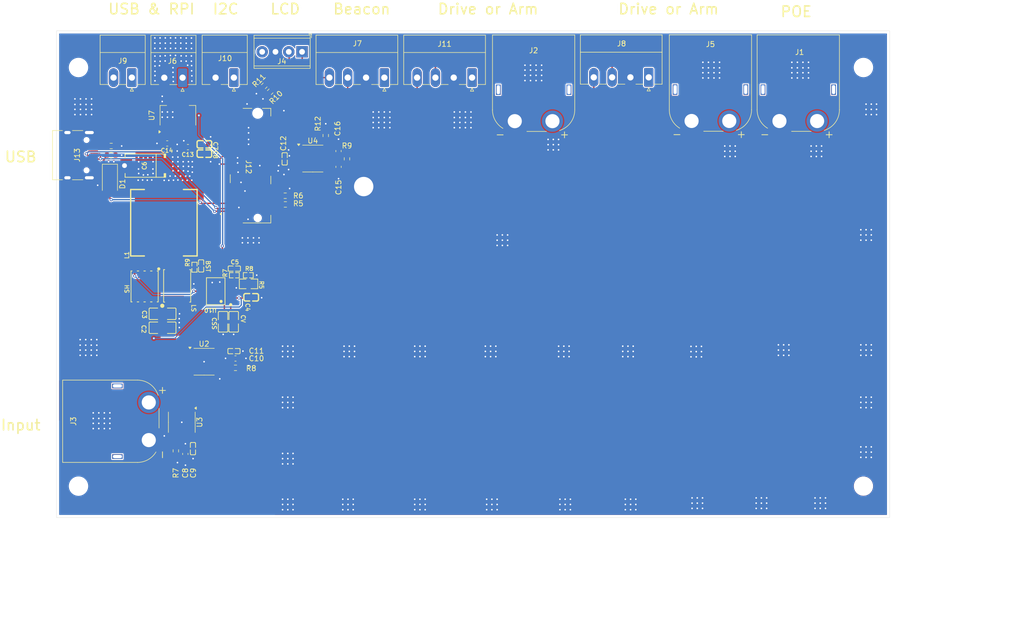
<source format=kicad_pcb>
(kicad_pcb (version 20240108) (generator "pcbnew") (generator_version "8.0")
  (layers (0 "F.Cu" signal "Top Layer") (1 "In1.Cu" signal "Inner1") (2 "In2.Cu" signal "Inner2") (31 "B.Cu" signal "Bottom Layer") (34 "B.Paste" user "Bottom Paste Mask Layer") (35 "F.Paste" user "Top Paste Mask Layer") (36 "B.SilkS" user "Bottom Silkscreen Layer") (37 "F.SilkS" user "Top Silkscreen Layer") (38 "B.Mask" user "Bottom Solder Mask Layer") (39 "F.Mask" user "Top Solder Mask Layer") (44 "Edge.Cuts" user "Multi-Layer"))
  (net 0 "")
  (net 1 "ADC1")
  (net 2 "GND")
  (net 3 "3.3V")
  (net 4 "ADC2")
  (net 5 "5V")
  (net 6 "Net-(J1-Pin_2)")
  (net 7 "Net-(J3-Pin_2)")
  (net 8 "Net-(J12-G0{slash}BUS0)")
  (net 9 "Net-(J12-G1{slash}BUS1)")
  (net 10 "Net-(J11-Pin_3)")
  (net 11 "Net-(J11-Pin_4)")
  (net 12 "SCL")
  (net 13 "SDA")
  (net 25 "TX")
  (net 35 "Net-(D1-A)")
  (net 37 "Net-(J12-USB_D-)")
  (net 47 "RX")
  (net 48 "Net-(J12-USB_D+)")
  (net 50 "SDA2")
  (net 51 "SCL2")
  (net 65 "40V")
  (net 66 "$2N2931")
  (net 67 "$2N2778")
  (net 68 "GATE")
  (net 69 "$2N2800")
  (net 70 "$2N671")
  (net 71 "$2N681")
  (net 72 "$2N1026")
  (net 73 "$2N1983")
  (net 74 "$2N1121")
  (net 75 "Net-(U3-~{FAULT})")
  (net 76 "Net-(U2-~{FAULT})")
  (net 77 "Net-(U4-Rs)")
  (net 79 "PWM")
  (net 80 "Net-(J13-CC2)")
  (net 81 "Net-(J13-CC1)")
  (footprint "Capacitor_SMD:C_0603_1608Metric" (layer "F.Cu") (at 293.697967 60.985884 -90)
    (property "Reference" "C15")
    (property "Value" "18pf" (hide yes))
  )
  (footprint "Diode_SMD:Vishay_SMPA" (layer "F.Cu") (at 250 63.5 -90)
    (property "Reference" "D1")
    (property "Value" "D")
  )
  (footprint "finalhand:C0603" (layer "F.Cu") (at 268.0655 56.6815)
    (property "Reference" "C7")
    (property "Value" "")
  )
  (footprint "Capacitor_SMD:C_0603_1608Metric" (layer "F.Cu") (at 293.688969 57.970249 -90)
    (property "Reference" "C16")
    (property "Value" "18pf" (hide yes))
  )
  (footprint "TerminalBlock_Phoenix:TerminalBlock_Phoenix_MPT-0,5-4-2.54_1x04_P2.54mm_Horizontal" (layer "F.Cu") (at 286.72121 39 180)
    (property "Reference" "J4")
    (property "Value" "Phoenix [2.54mm]" (hide yes))
  )
  (footprint "Package_SO:SOIC-8_3.9x4.9mm_P1.27mm" (layer "F.Cu") (at 268 98.2206)
    (property "Reference" "U2")
    (property "Value" "ACS711xLCTR-25AB" (hide yes))
  )
  (footprint "Connector_USB:USB_C_Receptacle_HRO_TYPE-C-31-M-12" (layer "F.Cu") (at 242.94 58.75 -90)
    (property "Reference" "J13")
    (property "Value" "USB_C_Receptacle_USB2.0_14P" (hide yes))
  )
  (footprint "finalhand:C1206" (layer "F.Cu") (at 260.0645 89.0665 180)
    (property "Reference" "C3")
    (property "Value" "")
  )
  (footprint "Resistor_SMD:R_0603_1608Metric" (layer "F.Cu") (at 291.25 55 -90)
    (property "Reference" "R12")
    (property "Value" "120" (hide yes))
  )
  (footprint "Connector_AMASS:AMASS_XT60PW-M_1x02_P7.20mm_Horizontal" (layer "F.Cu") (at 257.432983 113.200801 90)
    (property "Reference" "J3")
    (property "Value" "XT60-PW-M" (hide yes))
  )
  (footprint "Resistor_SMD:R_0603_1608Metric" (layer "F.Cu") (at 250.25 57 180)
    (property "Reference" "R13" (hide yes))
    (property "Value" "5.1k")
  )
  (footprint "Capacitor_SMD:C_0603_1608Metric" (layer "F.Cu") (at 274 97.6016)
    (property "Reference" "C10")
    (property "Value" "18pF" (hide yes))
  )
  (footprint "finalhand:POWERVDFN-8_L6.0-W5.0-P1.27-BL" (layer "F.Cu") (at 262.8585 83.7325)
    (property "Reference" "LS")
    (property "Value" "")
  )
  (footprint "Resistor_SMD:R_0603_1608Metric" (layer "F.Cu") (at 262.607699 115.25909 -90)
    (property "Reference" "R7")
    (property "Value" "10K")
  )
  (footprint "Resistor_SMD:R_0603_1608Metric" (layer "F.Cu") (at 274 99.391646)
    (property "Reference" "R8")
    (property "Value" "10K")
  )
  (footprint "Connector_Phoenix_MC:PhoenixContact_MC_1,5_2-G-3.5_1x02_P3.50mm_Horizontal" (layer "F.Cu") (at 263.891469 43.949119 180)
    (property "Reference" "J6")
    (property "Value" "Phoenix (5V,GND)" (hide yes))
  )
  (footprint "finalhand:HTSSOP-14_L5.0-W4.4-P0.65-LS6.4-BL-EP" (layer "F.Cu") (at 270.2245 84.7485 90)
    (property "Reference" "U10")
    (property "Value" "")
  )
  (footprint "Package_SO:SOIC-8_3.9x4.9mm_P1.27mm" (layer "F.Cu") (at 288.775 59.405)
    (property "Reference" "U4")
    (property "Value" "SN65HVD230" (hide yes))
  )
  (footprint "finalhand:C0805" (layer "F.Cu") (at 273.6535 90.5905 90)
    (property "Reference" "CV")
    (property "Value" "")
  )
  (footprint "finalhand:C0402" (layer "F.Cu") (at 273.7805 80.4305)
    (property "Reference" "C5")
    (property "Value" "")
  )
  (footprint "Package_SO:SOIC-8_3.9x4.9mm_P1.27mm" (layer "F.Cu") (at 263.73837 109.791861 -90)
    (property "Reference" "U3")
    (property "Value" "ACS711xLCTR-25AB" (hide yes))
  )
  (footprint "finalhand-easyedapro:C0402" (layer "F.Cu") (at 283.4 59.454998 90)
    (property "Reference" "C12")
    (property "Value" "100nF" (hide yes))
  )
  (footprint "finalhand:DFN-8_L5.9-W5.2-P1.27-LS6.2-BL" (layer "F.Cu") (at 256.6355 83.8595 180)
    (property "Reference" "HS")
    (property "Value" "")
  )
  (footprint "Connector_AMASS:AMASS_XT60PW-M_1x02_P7.20mm_Horizontal" (layer "F.Cu") (at 361.159382 52.218998)
    (property "Reference" "J5")
    (property "Value" "XT60-PW-M" (hide yes))
  )
  (footprint "Package_TO_SOT_SMD:SOT-223-3_TabPin2" (layer "F.Cu") (at 263 51.1635 90)
    (property "Reference" "U7")
    (property "Value" "AMS1117-3.3" (hide yes))
  )
  (footprint "Connector_Phoenix_MC:PhoenixContact_MC_1,5_4-G-3.5_1x04_P3.50mm_Horizontal" (layer "F.Cu") (at 319.207139 43.9325 180)
    (property "Reference" "J11")
    (property "Value" "Phoenix (+,-,CANH/L)" (hide yes))
  )
  (footprint "ART:HatsuneMiku2" (layer "F.Cu") (at 386.0411 114.499814)
    (property "Reference" "G***" (hide yes))
    (property "Value" "LOGO" (hide yes))
  )
  (footprint "SJSU_common:micromod" (layer "F.Cu") (at 286.5 60.75 -90)
    (property "Reference" "J12")
    (property "Value" "MicroMod" (hide yes))
  )
  (footprint "Connector_Phoenix_MC:PhoenixContact_MC_1,5_2-G-3.5_1x02_P3.50mm_Horizontal" (layer "F.Cu") (at 273.695 43.9325 180)
    (property "Reference" "J10")
    (property "Value" "Phoenix (5V,GND)" (hide yes))
  )
  (footprint "MountingHole:MountingHole_3.2mm_M3" (layer "F.Cu") (at 244 122 90)
    (property "Reference" "REF**" (hide yes))
    (property "Value" "MountingHole_3.2mm_M3" (hide yes))
  )
  (footprint "finalhand:C0805" (layer "F.Cu") (at 271.6215 90.5905 90)
    (property "Reference" "CSS")
    (property "Value" "")
  )
  (footprint "Capacitor_SMD:C_0603_1608Metric" (layer "F.Cu") (at 260.95651 56.509664 180)
    (property "Reference" "C14")
    (property "Value" "10µF" (hide yes))
  )
  (footprint "Capacitor_SMD:C_0603_1608Metric" (layer "F.Cu") (at 264.416047 115.845581 -90)
    (property "Reference" "C8")
    (property "Value" "18pF" (hide yes))
  )
  (footprint "finalhand:C0603" (layer "F.Cu") (at 276.9935 85.910624 180)
    (property "Reference" "C4")
    (property "Value" "")
  )
  (footprint "MountingHole:MountingHole_3.2mm_M3" (layer "F.Cu") (at 394 42 90)
    (property "Reference" "REF**" (hide yes))
    (property "Value" "MountingHole_3.2mm_M3" (hide yes))
  )
  (footprint "finalhand:R0402" (layer "F.Cu") (at 276.4475 81.7005 180)
    (property "Reference" "R8")
    (property "Value" "")
  )
  (footprint "Resistor_SMD:R_0603_1608Metric" (layer "F.Cu") (at 283.531807 68.172328 180)
    (property "Reference" "R5")
    (property "Value" "10K" (hide yes))
  )
  (footprint "Resistor_SMD:R_0603_1608Metric" (layer "F.Cu") (at 280.635788 46.632428 45)
    (property "Reference" "R10")
    (property "Value" "10K" (hide yes))
  )
  (footprint "finalhand-easyedapro:C0402" (layer "F.Cu") (at 273.7112 96.2032)
    (property "Reference" "C11")
    (property "Value" "100nF" (hide yes))
  )
  (footprint "Connector_AMASS:AMASS_XT60PW-M_1x02_P7.20mm_Horizontal" (layer "F.Cu") (at 327.371909 52.252793)
    (property "Reference" "J2")
    (property "Value" "XT60-PW-M" (hide yes))
  )
  (footprint "Capacitor_SMD:C_0603_1608Metric" (layer "F.Cu") (at 264.914303 57.214316 180)
    (property "Reference" "C13")
    (property "Value" "10µF" (hide yes))
  )
  (footprint "finalhand:R0402" (layer "F.Cu") (at 273.7805 81.7005 180)
    (property "Reference" "R7")
    (property "Value" "")
  )
  (footprint "MountingHole:MountingHole_3.2mm_M3" (layer "F.Cu") (at 394 122 90)
    (property "Reference" "REF**" (hide yes))
    (property "Value" "MountingHole_3.2mm_M3" (hide yes))
  )
  (footprint "finalhand:IND-SMD_L12.7-W12.7" (layer "F.Cu") (at 260.3185 71.6635 90)
    (property "Reference" "L1")
    (property "Value" "")
  )
  (footprint "finalhand:R0805" (layer "F.Cu") (at 276.4935 83.3515)
    (property "Reference" "R5")
    (property "Value" "")
  )
  (footprint "Resistor_SMD:R_0603_1608Metric" (layer "F.Cu") (at 279.5 45.5 45)
    (property "Reference" "R11")
    (property "Value" "10K" (hide yes))
  )
  (footprint "MountingHole:MountingHole_3.2mm_M3" (layer "F.Cu") (at 244 42 90)
    (property "Reference" "REF**" (hide yes))
    (property "Value" "MountingHole_3.2mm_M3" (hide yes))
  )
  (footprint "finalhand:Pad_e949" (layer "F.Cu") (at 252.7915 60.7455 -90)
    (property "Reference" "")
    (property "Value" "")
  )
  (footprint "finalhand:C0603" (layer "F.Cu") (at 268.0655 58.4595)
    (property "Reference" "C8")
    (property "Value" "")
  )
  (footprint "finalhand-easyedapro:C0402" (layer "F.Cu") (at 265.872327 114.835581 -90)
    (property "Reference" "C9")
    (property "Value" "100nF" (hide yes))
  )
  (footprint "Connector_Phoenix_MC:PhoenixContact_MC_1,5_2-G-3.5_1x02_P3.50mm_Horizontal" (layer "F.Cu") (at 254.195 43.9325 180)
    (property "Reference" "J9")
    (property "Value" "Phoenix (SDA/L)" (hide yes))
  )
  (footprint "Connector_Phoenix_MC:PhoenixContact_MC_1,5_4-G-3.5_1x04_P3.50mm_Horizontal" (layer "F.Cu") (at 352.966753 43.879939 180)
    (property "Reference" "J8")
    (property "Value" "Phoenix (+,-,CANH/L)" (hide yes))
  )
  (footprint "finalhand:C0402" (layer "F.Cu") (at 267.4305 79.9135 90)
    (property "Reference" "BST")
    (property "Value" "")
  )
  (footprint "finalhand:C1206" (layer "F.Cu") (at 260.0645 91.7335 180)
    (property "Reference" "C2")
    (property "Value" "")
  )
  (footprint "Resistor_SMD:R_0603_1608Metric" (layer "F.Cu") (at 283.5 66.5 180)
    (property "Reference" "R6")
    (property "Value" "10K" (hide yes))
  )
  (footprint "finalhand:R0402" (layer "F.Cu") (at 266.1605 80.1635 90)
    (property "Reference" "R9")
    (property "Value" "")
  )
  (footprint "Resistor_SMD:R_0603_1608Metric" (layer "F.Cu") (at 295.308705 59.455007 90)
    (property "Reference" "R9")
    (property "Value" "120" (hide yes))
  )
  (footprint "Connector_Phoenix_MC:PhoenixContact_MC_1,5_4-G-3.5_1x04_P3.50mm_Horizontal" (layer "F.Cu") (at 302.449371 43.9325 180)
    (property "Reference" "J7")
    (property "Value" "Phoenix (GPIO, 5V, GND)" (hide yes))
  )
  (footprint "finalhand:CAP-SMD_L7.3-W4.3-R-RD" (layer "F.Cu") (at 256.6355 60.7455)
    (property "Reference" "C6")
    (property "Value" "")
  )
  (footprint "Connector_AMASS:AMASS_XT60PW-M_1x02_P7.20mm_Horizontal" (layer "F.Cu") (at 377.949042 52.232566)
    (property "Reference" "J1")
    (property "Value" "XT60-PW-M" (hide yes))
  )
  (footprint "ART:biglogo" (layer "F.Cu") (at 334.907188 124.693934)
    (property "Reference" "G***" (hide yes))
    (property "Value" "LOGO" (hide yes))
  )
  (footprint "Resistor_SMD:R_0603_1608Metric" (layer "F.Cu") (at 250.25 58.75 180)
    (property "Reference" "R14" (hide yes))
    (property "Value" "5.1k")
  )
  (gr_rect (start 239.795486 35) (end 399 128) (stroke (width 0.05)) (fill none) (layer "Edge.Cuts"))
  (gr_text "I2C" (at 269.5 32 0) (layer "F.SilkS") (effects (font (size 2 2) (thickness 0.3)) (justify left bottom)))
  (gr_text "Drive or Arm" (at 347 32 0) (layer "F.SilkS") (effects (font (size 2 2) (thickness 0.3)) (justify left bottom)))
  (gr_text "USB & RPI" (at 249.5 32 0) (layer "F.SilkS") (effects (font (size 2 2) (thickness 0.3)) (justify left bottom)))
  (gr_text "POE" (at 378 32.5 0) (layer "F.SilkS") (effects (font (size 2 2) (thickness 0.3)) (justify left bottom)))
  (gr_text "Beacon" (at 292.5 32 0) (layer "F.SilkS") (effects (font (size 2 2) (thickness 0.3)) (justify left bottom)))
  (gr_text "Drive or Arm" (at 312.5 32 0) (layer "F.SilkS") (effects (font (size 2 2) (thickness 0.3)) (justify left bottom)))
  (gr_text "USB\n" (at 229.75 60.25 0) (layer "F.SilkS") (effects (font (size 2 2) (thickness 0.3)) (justify left bottom)))
  (gr_text "Input" (at 229 111.5 0) (layer "F.SilkS") (effects (font (size 2 2) (thickness 0.3)) (justify left bottom)))
  (gr_text "LCD" (at 280.5 32 0) (layer "F.SilkS") (effects (font (size 2 2) (thickness 0.3)) (justify left bottom)))
  (segment (start 280.5155 61.7095) (end 282.1095 61.7095) (width 0.254) (layer "F.Cu") (net 1))
  (segment (start 264.432144 115.054484) (end 264.416047 115.070581) (width 0.254) (layer "F.Cu") (net 1))
  (segment (start 264.432144 113.895607) (end 264.432144 115.054484) (width 0.254) (layer "F.Cu") (net 1))
  (segment (start 264.37337 113.836833) (end 264.432144 113.895607) (width 0.254) (layer "F.Cu") (net 1))
  (segment (start 282.1095 61.7095) (end 282.15 61.75) (width 0.254) (layer "F.Cu") (net 1))
  (segment (start 264.37337 112.266861) (end 264.37337 113.836833) (width 0.254) (layer "F.Cu") (net 1))
  (via blind (at 282.15 61.75) (size 0.61) (drill 0.305) (layers "F.Cu" "In2.Cu") (net 1))
  (via blind (at 264.432144 113.895607) (size 0.61) (drill 0.305) (layers "F.Cu" "In2.Cu") (net 1))
  (segment (start 274.816537 50.3595) (end 276.210648 48.965389) (width 0.762) (layer "F.Cu") (net 2))
  (segment (start 270.9135 60.4595) (end 272.9655 60.4595) (width 0.254) (layer "F.Cu") (net 2))
  (segment (start 270.9135 59.5865) (end 271.5405 58.9595) (width 0.254) (layer "F.Cu") (net 2))
  (segment (start 264.139303 57.214316) (end 264.139303 56.021103) (width 0.381) (layer "F.Cu") (net 2))
  (segment (start 271.5405 58.9595) (end 272.9655 58.9595) (width 0.254) (layer "F.Cu") (net 2))
  (segment (start 263.229612 91.7335) (end 263.26808 91.695032) (width 0.254) (layer "F.Cu") (net 2))
  (segment (start 271 83.973) (end 270.2245 84.7485) (width 0.254) (layer "F.Cu") (net 2))
  (segment (start 272.9655 68.4595) (end 274.3595 68.4595) (width 0.254) (layer "F.Cu") (net 2))
  (segment (start 284.3 58.88) (end 285.91 58.88) (width 0.254) (layer "F.Cu") (net 2))
  (segment (start 271 101.5) (end 271 100.6506) (width 0.381) (layer "F.Cu") (net 2))
  (segment (start 265.872327 115.380581) (end 265.872327 116.714882) (width 0.381) (layer "F.Cu") (net 2))
  (segment (start 268.7825 86.6985) (end 267.3585 86.6985) (width 0.254) (layer "F.Cu") (net 2))
  (segment (start 261.657 89.0665) (end 263.305968 89.0665) (width 0.254) (layer "F.Cu") (net 2))
  (segment (start 284.3 58.88) (end 283.429998 58.88) (width 0.254) (layer "F.Cu") (net 2))
  (segment (start 261.700285 112.399946) (end 261.83337 112.266861) (width 0.381) (layer "F.Cu") (net 2))
  (segment (start 267.3585 83.4485) (end 266.1305 83.4485) (width 0.254) (layer "F.Cu") (net 2))
  (segment (start 268.7655 59.5155) (end 269.25 60) (width 0.254) (layer "F.Cu") (net 2))
  (segment (start 268.7655 58.4595) (end 268.7655 59.5155) (width 0.254) (layer "F.Cu") (net 2))
  (segment (start 266.1305 83.4485) (end 266.0335 83.3515) (width 0.254) (layer "F.Cu") (net 2))
  (segment (start 272.9655 51.1345) (end 272.9655 51.2285) (width 0.762) (layer "F.Cu") (net 2))
  (segment (start 274.775 97.6016) (end 275.9746 97.6016) (width 0.254) (layer "F.Cu") (net 2))
  (segment (start 274.65 69.149892) (end 274.65 68.75) (width 0.254) (layer "F.Cu") (net 2))
  (segment (start 260.18151 56.509664) (end 259.009664 56.509664) (width 0.381) (layer "F.Cu") (net 2))
  (segment (start 264.139303 56.021103) (end 264.1182 56) (width 0.381) (layer "F.Cu") (net 2))
  (segment (start 251.075 57) (end 252.25 57) (width 0.254) (layer "F.Cu") (net 2))
  (segment (start 247.661519 64.5) (end 247.661519 62.676519) (width 0.254) (layer "F.Cu") (net 2))
  (segment (start 260.7 54.3135) (end 260.7 55.991174) (width 0.381) (layer "F.Cu") (net 2))
  (segment (start 275.9746 97.6016) (end 276 97.5762) (width 0.254) (layer "F.Cu") (net 2))
  (segment (start 260.39614 112.399946) (end 261.700285 112.399946) (width 0.381) (layer "F.Cu") (net 2))
  (segment (start 274.2562 96.2032) (end 275.4158 96.2032) (width 0.254) (layer "F.Cu") (net 2))
  (segment (start 273.7405 50.3595) (end 272.9655 51.1345) (width 0.762) (layer "F.Cu") (net 2))
  (segment (start 271.6215 92.9715) (end 271.65 93) (width 0.254) (layer "F.Cu") (net 2))
  (segment (start 293.688969 55.69683) (end 293.689312 55.696487) (width 0.254) (layer "F.Cu") (net 2))
  (segment (start 272.9655 69.9595) (end 273.840392 69.9595) (width 0.254) (layer "F.Cu") (net 2))
  (segment (start 285.91 58.88) (end 285.925 58.865) (width 0.254) (layer "F.Cu") (net 2))
  (segment (start 273.840392 69.9595) (end 274.65 69.149892) (width 0.254) (layer "F.Cu") (net 2))
  (segment (start 259.009664 56.509664) (end 259 56.5) (width 0.381) (layer "F.Cu") (net 2))
  (segment (start 273.6535 92.9965) (end 273.65 93) (width 0.254) (layer "F.Cu") (net 2))
  (segment (start 264.416047 117.971511) (end 264.439535 117.994999) (width 0.254) (layer "F.Cu") (net 2))
  (segment (start 272.9655 61.9595) (end 274.4595 61.9595) (width 0.254) (layer "F.Cu") (net 2))
  (segment (start 280.5155 61.2095) (end 281.7905 61.2095) (width 0.254) (layer "F.Cu") (net 2))
  (segment (start 271.6215 91.6205) (end 271.6215 92.9715) (width 0.254) (layer "F.Cu") (net 2))
  (segment (start 247.661519 62.676519) (end 246.985 62) (width 0.254) (layer "F.Cu") (net 2))
  (segment (start 264.416047 116.620581) (end 264.416047 117.971511) (width 0.254) (layer "F.Cu") (net 2))
  (segment (start 293.697967 61.760884) (end 293.697967 63.24339) (width 0.254) (layer "F.Cu") (net 2))
  (segment (start 269.7245 85.7565) (end 268.7825 86.6985) (width 0.254) (layer "F.Cu") (net 2))
  (segment (start 274.3595 68.4595) (end 274.65 68.75) (width 0.254) (layer "F.Cu") (net 2))
  (segment (start 283.429998 58.88) (end 283.4 58.909998) (width 0.254) (layer "F.Cu") (net 2))
  (segment (start 260.7 55.991174) (end 260.18151 56.509664) (width 0.381) (layer "F.Cu") (net 2))
  (segment (start 261.657 91.7335) (end 263.229612 91.7335) (width 0.254) (layer "F.Cu") (net 2))
  (segment (start 251.075 58.75) (end 252.25 58.75) (width 0.254) (layer "F.Cu") (net 2))
  (segment (start 268.7655 55.7345) (end 269.25 55.25) (width 0.254) (layer "F.Cu") (net 2))
  (segment (start 291.25 54.175) (end 291.25 52.75) (width 0.381) (layer "F.Cu") (net 2))
  (segment (start 276.4 71) (end 276.3405 71.0595) (width 0.254) (layer "F.Cu") (net 2))
  (segment (start 276.3405 71.0595) (end 273.7405 71.0595) (width 0.254) (layer "F.Cu") (net 2))
  (segment (start 268.7655 56.6815) (end 268.7655 55.7345) (width 0.254) (layer "F.Cu") (net 2))
  (segment (start 275.4158 96.2032) (end 275.4238 96.1952) (width 0.254) (layer "F.Cu") (net 2))
  (segment (start 274.4595 61.9595) (end 274.5 62) (width 0.254) (layer "F.Cu") (net 2))
  (segment (start 270.9135 60.4595) (end 270.9135 59.5865) (width 0.254) (layer "F.Cu") (net 2))
  (segment (start 273.6535 91.6205) (end 273.6535 92.9965) (width 0.254) (layer "F.Cu") (net 2))
  (segment (start 269.553338 83.093613) (end 269.553338 84.077338) (width 0.254) (layer "F.Cu") (net 2))
  (segment (start 273.7405 50.3595) (end 274.816537 50.3595) (width 0.762) (layer "F.Cu") (net 2))
  (segment (start 265.872327 116.714882) (end 265.895815 116.73837) (width 0.381) (layer "F.Cu") (net 2))
  (segment (start 278.037028 81.7005) (end 278.058567 81.678961) (width 0.254) (layer "F.Cu") (net 2))
  (segment (start 281.7905 61.2095) (end 282.25 60.75) (width 0.254) (layer "F.Cu") (net 2))
  (segment (start 271 100.6506) (end 270.475 100.1256) (width 0.381) (layer "F.Cu") (net 2))
  (segment (start 271 83) (end 271 83.973) (width 0.254) (layer "F.Cu") (net 2))
  (segment (start 276.8805 81.7005) (end 278.037028 81.7005) (width 0.254) (layer "F.Cu") (net 2))
  (segment (start 269.553338 84.077338) (end 270.2245 84.7485) (width 0.254) (layer "F.Cu") (net 2))
  (segment (start 293.688969 57.195249) (end 293.688969 55.69683) (width 0.254) (layer "F.Cu") (net 2))
  (segment (start 269.7245 85.2485) (end 269.7245 85.7565) (width 0.254) (layer "F.Cu") (net 2))
  (segment (start 263.305968 89.0665) (end 263.307135 89.065333) (width 0.254) (layer "F.Cu") (net 2))
  (via (at 269.25 55.25) (size 0.61) (drill 0.305) (layers "F.Cu" "B.Cu") (net 2))
  (via blind (at 276.5 55.75) (size 0.61) (drill 0.305) (layers "F.Cu" "B.Cu") (net 2))
  (via (at 293.697967 63.24339) (size 0.61) (drill 0.305) (layers "F.Cu" "B.Cu") (net 2))
  (via (at 282.25 60.75) (size 0.61) (drill 0.305) (layers "F.Cu" "B.Cu") (net 2))
  (via (at 271 83) (size 0.61) (drill 0.305) (layers "F.Cu" "B.Cu") (net 2))
  (via (at 274.65 68.75) (size 0.61) (drill 0.305) (layers "F.Cu" "B.Cu") (net 2))
  (via (at 263.26808 91.695032) (size 0.61) (drill 0.305) (layers "F.Cu" "B.Cu") (net 2))
  (via (at 247.661519 64.5) (size 0.61) (drill 0.305) (layers "F.Cu" "B.Cu") (net 2))
  (via (at 266.0335 83.3515) (size 0.61) (drill 0.305) (layers "F.Cu" "B.Cu") (net 2))
  (via (at 276.4 71) (size 0.61) (drill 0.305) (layers "F.Cu" "B.Cu") (net 2))
  (via blind (at 276.5 54.5) (size 0.61) (drill 0.305) (layers "F.Cu" "B.Cu") (net 2))
  (via (at 274.5 62) (size 0.61) (drill 0.305) (layers "F.Cu" "B.Cu") (net 2))
  (via (at 263.25 90.75) (size 0.61) (drill 0.305) (layers "F.Cu" "B.Cu") (net 2))
  (via (at 273.65 93) (size 0.61) (drill 0.305) (layers "F.Cu" "B.Cu") (net 2))
  (via (at 274.1615 84.1135) (size 0.61) (drill 0.305) (layers "F.Cu" "B.Cu") (net 2))
  (via (at 263.25 90) (size 0.61) (drill 0.305) (layers "F.Cu" "B.Cu") (net 2))
  (via (at 271 101.5) (size 0.61) (drill 0.305) (layers "F.Cu" "B.Cu") (net 2))
  (via (at 278.058567 81.678961) (size 0.61) (drill 0.305) (layers "F.Cu" "B.Cu") (net 2))
  (via (at 263.307135 89.065333) (size 0.61) (drill 0.305) (layers "F.Cu" "B.Cu") (net 2))
  (via blind (at 276.210648 48.965389) (size 0.61) (drill 0.305) (layers "F.Cu" "B.Cu") (net 2))
  (via (at 264.1182 56) (size 0.61) (drill 0.305) (layers "F.Cu" "B.Cu") (net 2))
  (via (at 275.4238 96.1952) (size 0.61) (drill 0.305) (layers "F.Cu" "B.Cu") (net 2))
  (via (at 252.25 57) (size 0.61) (drill 0.305) (layers "F.Cu" "B.Cu") (net 2))
  (via (at 269.25 60) (size 0.61) (drill 0.305) (layers "F.Cu" "B.Cu") (net 2))
  (via (at 279 86) (size 0.61) (drill 0.305) (layers "F.Cu" "B.Cu") (net 2))
  (via blind (at 276.5 56.68198) (size 0.61) (drill 0.305) (layers "F.Cu" "B.Cu") (net 2))
  (via (at 260.39614 112.399946) (size 0.61) (drill 0.305) (layers "F.Cu" "B.Cu") (net 2))
  (via (at 265.895815 116.73837) (size 0.61) (drill 0.305) (layers "F.Cu" "B.Cu") (net 2))
  (via (at 259 56.5) (size 0.61) (drill 0.305) (layers "F.Cu" "B.Cu") (net 2))
  (via (at 264.439535 117.994999) (size 0.61) (drill 0.305) (layers "F.Cu" "B.Cu") (net 2))
  (via (at 269.553338 83.093613) (size 0.61) (drill 0.305) (layers "F.Cu" "B.Cu") (net 2))
  (via (at 284.3 58.88) (size 0.61) (drill 0.305) (layers "F.Cu" "B.Cu") (net 2))
  (via (at 252.25 58.75) (size 0.61) (drill 0.305) (layers "F.Cu" "B.Cu") (net 2))
  (via (at 270.9135 60.4595) (size 0.61) (drill 0.305) (layers "F.Cu" "B.Cu") (net 2))
  (via (at 276 97.5762) (size 0.61) (drill 0.305) (layers "F.Cu" "B.Cu") (net 2))
  (via (at 293.689312 55.696487) (size 0.61) (drill 0.305) (layers "F.Cu" "B.Cu") (net 2))
  (via (at 291.25 52.75) (size 0.61) (drill 0.305) (layers "F.Cu" "B.Cu") (net 2))
  (via (at 271.65 93) (size 0.61) (drill 0.305) (layers "F.Cu" "B.Cu") (net 2))
  (via blind (at 276.5 53.5) (size 0.61) (drill 0.305) (layers "F.Cu" "B.Cu") (net 2))
  (via blind (at 278.5 75.5) (size 0.61) (drill 0.305) (layers "In1.Cu" "B.Cu") (net 2))
  (via blind (at 317.93934 50.5) (size 0.61) (drill 0.305) (layers "In1.Cu" "B.Cu") (net 2))
  (via blind (at 301.37868 53.5) (size 0.61) (drill 0.305) (layers "In1.Cu" "B.Cu") (net 2))
  (via blind (at 383.5 44) (size 0.61) (drill 0.305) (layers "In1.Cu" "B.Cu") (net 2))
  (via blind (at 363.31802 41) (size 0.61) (drill 0.305) (layers "In1.Cu" "B.Cu") (net 2))
  (via blind (at 365.43934 41) (size 0.61) (drill 0.305) (layers "In1.Cu" "B.Cu") (net 2))
  (via blind (at 302.43934 51.56066) (size 0.61) (drill 0.305) (layers "In1.Cu" "B.Cu") (net 2))
  (via blind (at 245.37868 96) (size 0.61) (drill 0.305) (layers "In1.Cu" "B.Cu") (net 2))
  (via blind (at 331.43934 43.5) (size 0.61) (drill 0.305) (layers "In1.Cu" "B.Cu") (net 2))
  (via blind (at 246.81802 109.06066) (size 0.61) (drill 0.305) (layers "In1.Cu" "B.Cu") (net 2))
  (via blind (at 380.31802 42.06066) (size 0.61) (drill 0.305) (layers "In1.Cu" "B.Cu") (net 2))
  (via blind (at 246.81802 111) (size 0.61) (drill 0.305) (layers "In1.Cu" "B.Cu") (net 2))
  (via blind (at 246.5 48) (size 0.61) (drill 0.305) (layers "In1.Cu" "B.Cu") (net 2))
  (via blind (at 247.5 95.06066) (size 0.61) (drill 0.305) (layers "In1.Cu" "B.Cu") (net 2))
  (via blind (at 383.5 43) (size 0.61) (drill 0.305) (layers "In1.Cu" "B.Cu") (net 2))
  (via blind (at 246.43934 95.06066) (size 0.61) (drill 0.305) (layers "In1.Cu" "B.Cu") (net 2))
  (via blind (at 248.93934 108) (size 0.61) (drill 0.305) (layers "In1.Cu" "B.Cu") (net 2))
  (via blind (at 300.31802 53.5) (size 0.61) (drill 0.305) (layers "In1.Cu" "B.Cu") (net 2))
  (via blind (at 244.31802 96) (size 0.61) (drill 0.305) (layers "In1.Cu" "B.Cu") (net 2))
  (via blind (at 319 50.5) (size 0.61) (drill 0.305) (layers "In1.Cu" "B.Cu") (net 2))
  (via blind (at 302.43934 53.5) (size 0.61) (drill 0.305) (layers "In1.Cu" "B.Cu") (net 2))
  (via blind (at 365.43934 42.06066) (size 0.61) (drill 0.305) (layers "In1.Cu" "B.Cu") (net 2))
  (via blind (at 246.43934 97) (size 0.61) (drill 0.305) (layers "In1.Cu" "B.Cu") (net 2))
  (via blind (at 382.43934 42.06066) (size 0.61) (drill 0.305) (layers "In1.Cu" "B.Cu") (net 2))
  (via blind (at 245.43934 51) (size 0.61) (drill 0.305) (layers "In1.Cu" "B.Cu") (net 2))
  (via blind (at 330.37868 44.5) (size 0.61) (drill 0.305) (layers "In1.Cu" "B.Cu") (net 2))
  (via blind (at 316.87868 52.5) (size 0.61) (drill 0.305) (layers "In1.Cu" "B.Cu") (net 2))
  (via blind (at 303.5 53.5) (size 0.61) (drill 0.305) (layers "In1.Cu" "B.Cu") (net 2))
  (via blind (at 247.5 97) (size 0.61) (drill 0.305) (layers "In1.Cu" "B.Cu") (net 2))
  (via blind (at 366.5 41) (size 0.61) (drill 0.305) (layers "In1.Cu" "B.Cu") (net 2))
  (via blind (at 244.31802 97) (size 0.61) (drill 0.305) (layers "In1.Cu" "B.Cu") (net 2))
  (via blind (at 364.37868 42.06066) (size 0.61) (drill 0.305) (layers "In1.Cu" "B.Cu") (net 2))
  (via blind (at 332.5 41.56066) (size 0.61) (drill 0.305) (layers "In1.Cu" "B.Cu") (net 2))
  (via blind (at 366.5 43) (size 0.61) (drill 0.305) (layers "In1.Cu" "B.Cu") (net 2))
  (via blind (at 331.43934 41.56066) (size 0.61) (drill 0.305) (layers "In1.Cu" "B.Cu") (net 2))
  (via blind (at 303.5 51.56066) (size 0.61) (drill 0.305) (layers "In1.Cu" "B.Cu") (net 2))
  (via blind (at 301.37868 51.56066) (size 0.61) (drill 0.305) (layers "In1.Cu" "B.Cu") (net 2))
  (via blind (at 363.31802 44) (size 0.61) (drill 0.305) (layers "In1.Cu" "B.Cu") (net 2))
  (via blind (at 331.43934 44.5) (size 0.61) (drill 0.305) (layers "In1.Cu" "B.Cu") (net 2))
  (via blind (at 315.81802 52.5) (size 0.61) (drill 0.305) (layers "In1.Cu" "B.Cu") (net 2))
  (via blind (at 250 110) (size 0.61) (drill 0.305) (layers "In1.Cu" "B.Cu") (net 2))
  (via blind (at 243.31802 50) (size 0.61) (drill 0.305) (layers "In1.Cu" "B.Cu") (net 2))
  (via blind (at 381.37868 43) (size 0.61) (drill 0.305) (layers "In1.Cu" "B.Cu") (net 2))
  (via blind (at 277.43934 74.56066) (size 0.61) (drill 0.305) (layers "In1.Cu" "B.Cu") (net 2))
  (via blind (at 276.37868 74.56066) (size 0.61) (drill 0.305) (layers "In1.Cu" "B.Cu") (net 2))
  (via blind (at 315.81802 53.5) (size 0.61) (drill 0.305) (layers "In1.Cu" "B.Cu") (net 2))
  (via blind (at 247.5 94) (size 0.61) (drill 0.305) (layers "In1.Cu" "B.Cu") (net 2))
  (via blind (at 246.43934 96) (size 0.61) (drill 0.305) (layers "In1.Cu" "B.Cu") (net 2))
  (via blind (at 247.87868 109.06066) (size 0.61) (drill 0.305) (layers "In1.Cu" "B.Cu") (net 2))
  (via blind (at 276.37868 75.5) (size 0.61) (drill 0.305) (layers "In1.Cu" "B.Cu") (net 2))
  (via blind (at 275.31802 74.56066) (size 0.61) (drill 0.305) (layers "In1.Cu" "B.Cu") (net 2))
  (via blind (at 330.37868 41.56066) (size 0.61) (drill 0.305) (layers "In1.Cu" "B.Cu") (net 2))
  (via blind (at 332.5 43.5) (size 0.61) (drill 0.305) (layers "In1.Cu" "B.Cu") (net 2))
  (via blind (at 316.87868 51.56066) (size 0.61) (drill 0.305) (layers "In1.Cu" "B.Cu") (net 2))
  (via blind (at 246.81802 108) (size 0.61) (drill 0.305) (layers "In1.Cu" "B.Cu") (net 2))
  (via blind (at 315.81802 51.56066) (size 0.61) (drill 0.305) (layers "In1.Cu" "B.Cu") (net 2))
  (via blind (at 248.93934 109.06066) (size 0.61) (drill 0.305) (layers "In1.Cu" "B.Cu") (net 2))
  (via blind (at 246.5 49.06066) (size 0.61) (drill 0.305) (layers "In1.Cu" "B.Cu") (net 2))
  (via blind (at 329.31802 44.5) (size 0.61) (drill 0.305) (layers "In1.Cu" "B.Cu") (net 2))
  (via blind (at 317.93934 52.5) (size 0.61) (drill 0.305) (layers "In1.Cu" "B.Cu") (net 2))
  (via blind (at 244.37868 50) (size 0.61) (drill 0.305) (layers "In1.Cu" "B.Cu") (net 2))
  (via blind (at 245.37868 97) (size 0.61) (drill 0.305) (layers "In1.Cu" "B.Cu") (net 2))
  (via blind (at 243.31802 48) (size 0.61) (drill 0.305) (layers "In1.Cu" "B.Cu") (net 2))
  (via blind (at 246.5 50) (size 0.61) (drill 0.305) (layers "In1.Cu" "B.Cu") (net 2))
  (via blind (at 275.31802 75.5) (size 0.61) (drill 0.305) (layers "In1.Cu" "B.Cu") (net 2))
  (via blind (at 383.5 42.06066) (size 0.61) (drill 0.305) (layers "In1.Cu" "B.Cu") (net 2))
  (via blind (at 247.87868 110) (size 0.61) (drill 0.305) (layers "In1.Cu" "B.Cu") (net 2))
  (via blind (at 247.87868 108) (size 0.61) (drill 0.305) (layers "In1.Cu" "B.Cu") (net 2))
  (via blind (at 381.37868 44) (size 0.61) (drill 0.305) (layers "In1.Cu" "B.Cu") (net 2))
  (via blind (at 247.87868 111) (size 0.61) (drill 0.305) (layers "In1.Cu" "B.Cu") (net 2))
  (via blind (at 302.43934 52.5) (size 0.61) (drill 0.305) (layers "In1.Cu" "B.Cu") (net 2))
  (via blind (at 300.31802 50.5) (size 0.61) (drill 0.305) (layers "In1.Cu" "B.Cu") (net 2))
  (via blind (at 301.37868 50.5) (size 0.61) (drill 0.305) (layers "In1.Cu" "B.Cu") (net 2))
  (via blind (at 382.43934 43) (size 0.61) (drill 0.305) (layers "In1.Cu" "B.Cu") (net 2))
  (via blind (at 381.37868 42.06066) (size 0.61) (drill 0.305) (layers "In1.Cu" "B.Cu") (net 2))
  (via blind (at 243.31802 51) (size 0.61) (drill 0.305) (layers "In1.Cu" "B.Cu") (net 2))
  (via blind (at 303.5 52.5) (size 0.61) (drill 0.305) (layers "In1.Cu" "B.Cu") (net 2))
  (via blind (at 382.43934 41) (size 0.61) (drill 0.305) (layers "In1.Cu" "B.Cu") (net 2))
  (via blind (at 365.43934 44) (size 0.61) (drill 0.305) (layers "In1.Cu" "B.Cu") (net 2))
  (via blind (at 317.93934 53.5) (size 0.61) (drill 0.305) (layers "In1.Cu" "B.Cu") (net 2))
  (via blind (at 245.43934 50) (size 0.61) (drill 0.305) (layers "In1.Cu" "B.Cu") (net 2))
  (via blind (at 248.93934 110) (size 0.61) (drill 0.305) (layers "In1.Cu" "B.Cu") (net 2))
  (via blind (at 245.37868 94) (size 0.61) (drill 0.305) (layers "In1.Cu" "B.Cu") (net 2))
  (via blind (at 315.81802 50.5) (size 0.61) (drill 0.305) (layers "In1.Cu" "B.Cu") (net 2))
  (via blind (at 245.43934 48) (size 0.61) (drill 0.305) (layers "In1.Cu" "B.Cu") (net 2))
  (via blind (at 278.5 74.56066) (size 0.61) (drill 0.305) (layers "In1.Cu" "B.Cu") (net 2))
  (via blind (at 316.87868 50.5) (size 0.61) (drill 0.305) (layers "In1.Cu" "B.Cu") (net 2))
  (via blind (at 331.43934 42.5) (size 0.61) (drill 0.305) (layers "In1.Cu" "B.Cu") (net 2))
  (via blind (at 301.37868 52.5) (size 0.61) (drill 0.305) (layers "In1.Cu" "B.Cu") (net 2))
  (via blind (at 329.31802 42.5) (size 0.61) (drill 0.305) (layers "In1.Cu" "B.Cu") (net 2))
  (via blind (at 250 108) (size 0.61) (drill 0.305) (layers "In1.Cu" "B.Cu") (net 2))
  (via blind (at 383.5 41) (size 0.61) (drill 0.305) (layers "In1.Cu" "B.Cu") (net 2))
  (via blind (at 363.31802 43) (size 0.61) (drill 0.305) (layers "In1.Cu" "B.Cu") (net 2))
  (via blind (at 330.37868 42.5) (size 0.61) (drill 0.305) (layers "In1.Cu" "B.Cu") (net 2))
  (via blind (at 243.31802 49.06066) (size 0.61) (drill 0.305) (layers "In1.Cu" "B.Cu") (net 2))
  (via blind (at 302.43934 50.5) (size 0.61) (drill 0.305) (layers "In1.Cu" "B.Cu") (net 2))
  (via blind (at 317.93934 51.56066) (size 0.61) (drill 0.305) (layers "In1.Cu" "B.Cu") (net 2))
  (via blind (at 316.87868 53.5) (size 0.61) (drill 0.305) (layers "In1.Cu" "B.Cu") (net 2))
  (via blind (at 245.37868 95.06066) (size 0.61) (drill 0.305) (layers "In1.Cu" "B.Cu") (net 2))
  (via blind (at 381.37868 41) (size 0.61) (drill 0.305) (layers "In1.Cu" "B.Cu") (net 2))
  (via blind (at 300.31802 52.5) (size 0.61) (drill 0.305) (layers "In1.Cu" "B.Cu") (net 2))
  (via blind (at 365.43934 43) (size 0.61) (drill 0.305) (layers "In1.Cu" "B.Cu") (net 2))
  (via blind (at 364.37868 43) (size 0.61) (drill 0.305) (layers "In1.Cu" "B.Cu") (net 2))
  (via blind (at 364.37868 44) (size 0.61) (drill 0.305) (layers "In1.Cu" "B.Cu") (net 2))
  (via blind (at 329.31802 43.5) (size 0.61) (drill 0.305) (layers "In1.Cu" "B.Cu") (net 2))
  (via blind (at 246.5 51) (size 0.61) (drill 0.305) (layers "In1.Cu" "B.Cu") (net 2))
  (via blind (at 250 111) (size 0.61) (drill 0.305) (layers "In1.Cu" "B.Cu") (net 2))
  (via blind (at 329.31802 41.56066) (size 0.61) (drill 0.305) (layers "In1.Cu" "B.Cu") (net 2))
  (via blind (at 366.5 42.06066) (size 0.61) (drill 0.305) (layers "In1.Cu" "B.Cu") (net 2))
  (via blind (at 364.37868 41) (size 0.61) (drill 0.305) (layers "In1.Cu" "B.Cu") (net 2))
  (via blind (at 246.43934 94) (size 0.61) (drill 0.305) (layers "In1.Cu" "B.Cu") (net 2))
  (via blind (at 247.5 96) (size 0.61) (drill 0.305) (layers "In1.Cu" "B.Cu") (net 2))
  (via blind (at 277.43934 75.5) (size 0.61) (drill 0.305) (layers "In1.Cu" "B.Cu") (net 2))
  (via blind (at 303.5 50.5) (size 0.61) (drill 0.305) (layers "In1.Cu" "B.Cu") (net 2))
  (via blind (at 244.31802 95.06066) (size 0.61) (drill 0.305) (layers "In1.Cu" "B.Cu") (net 2))
  (via blind (at 332.5 42.5) (size 0.61) (drill 0.305) (layers "In1.Cu" "B.Cu") (net 2))
  (via blind (at 300.31802 51.56066) (size 0.61) (drill 0.305) (layers "In1.Cu" "B.Cu") (net 2))
  (via blind (at 380.31802 43) (size 0.61) (drill 0.305) (layers "In1.Cu" "B.Cu") (net 2))
  (via blind (at 366.5 44) (size 0.61) (drill 0.305) (layers "In1.Cu" "B.Cu") (net 2))
  (via blind (at 319 53.5) (size 0.61) (drill 0.305) (layers "In1.Cu" "B.Cu") (net 2))
  (via blind (at 319 51.56066) (size 0.61) (drill 0.305) (layers "In1.Cu" "B.Cu") (net 2))
  (via blind (at 244.31802 94) (size 0.61) (drill 0.305) (layers "In1.Cu" "B.Cu") (net 2))
  (via blind (at 248.93934 111) (size 0.61) (drill 0.305) (layers "In1.Cu" "B.Cu") (net 2))
  (via blind (at 244.37868 49.06066) (size 0.61) (drill 0.305) (layers "In1.Cu" "B.Cu") (net 2))
  (via blind (at 380.31802 41) (size 0.61) (drill 0.305) (layers "In1.Cu" "B.Cu") (net 2))
  (via blind (at 319 52.5) (size 0.61) (drill 0.305) (layers "In1.Cu" "B.Cu") (net 2))
  (via blind (at 363.31802 42.06066) (size 0.61) (drill 0.305) (layers "In1.Cu" "B.Cu") (net 2))
  (via blind (at 245.43934 49.06066) (size 0.61) (drill 0.305) (layers "In1.Cu" "B.Cu") (net 2))
  (via blind (at 244.37868 48) (size 0.61) (drill 0.305) (layers "In1.Cu" "B.Cu") (net 2))
  (via blind (at 332.5 44.5) (size 0.61) (drill 0.305) (layers "In1.Cu" "B.Cu") (net 2))
  (via blind (at 330.37868 43.5) (size 0.61) (drill 0.305) (layers "In1.Cu" "B.Cu") (net 2))
  (via blind (at 382.43934 44) (size 0.61) (drill 0.305) (layers "In1.Cu" "B.Cu") (net 2))
  (via blind (at 380.31802 44) (size 0.61) (drill 0.305) (layers "In1.Cu" "B.Cu") (net 2))
  (via blind (at 250 109.06066) (size 0.61) (drill 0.305) (layers "In1.Cu" "B.Cu") (net 2))
  (via blind (at 244.37868 51) (size 0.61) (drill 0.305) (layers "In1.Cu" "B.Cu") (net 2))
  (via blind (at 246.81802 110) (size 0.61) (drill 0.305) (layers "In1.Cu" "B.Cu") (net 2))
  (segment (start 284.356807 68.172328) (end 282.819635 69.7095) (width 0.381) (layer "F.Cu") (net 3))
  (segment (start 262.91279 117.5) (end 262.967596 117.445194) (width 0.381) (layer "F.Cu") (net 3))
  (segment (start 283 50.25) (end 281.581 51.669) (width 0.381) (layer "F.Cu") (net 3))
  (segment (start 260 48.5) (end 262.5135 48.5) (width 0.381) (layer "F.Cu") (net 3))
  (segment (start 282.819635 69.7095) (end 280.5155 69.7095) (width 0.381) (layer "F.Cu") (net 3))
  (segment (start 265.64337 111.696861) (end 263.73837 109.791861) (width 0.381) (layer "F.Cu") (net 3))
  (segment (start 262.607699 117.194909) (end 262.91279 117.5) (width 0.381) (layer "F.Cu") (net 3))
  (segment (start 260 47.5) (end 262.4865 47.5) (width 0.381) (layer "F.Cu") (net 3))
  (segment (start 262.859069 57.954594) (end 262.866265 57.96179) (width 0.381) (layer "F.Cu") (net 3))
  (segment (start 261.73151 56.509664) (end 261.73151 55.58199) (width 0.381) (layer "F.Cu") (net 3))
  (segment (start 262.859069 56.697571) (end 262.859069 54.454431) (width 0.381) (layer "F.Cu") (net 3))
  (segment (start 278 47) (end 278.916637 46.083363) (width 0.254) (layer "F.Cu") (net 3))
  (segment (start 262.859069 54.454431) (end 263 54.3135) (width 0.381) (layer "F.Cu") (net 3))
  (segment (start 283.262692 62.448964) (end 283.262692 60.137306) (width 0.381) (layer "F.Cu") (net 3))
  (segment (start 263 51) (end 263 52) (width 0.762) (layer "F.Cu") (net 3))
  (segment (start 279.268216 48) (end 280.052425 47.215791) (width 0.254) (layer "F.Cu") (net 3))
  (segment (start 268 98.2206) (end 268 97) (width 0.381) (layer "F.Cu") (net 3))
  (segment (start 265.64337 114.061624) (end 265.872327 114.290581) (width 0.381) (layer "F.Cu") (net 3))
  (segment (start 284.356807 68.172328) (end 284.356807 66.531807) (width 0.381) (layer "F.Cu") (net 3))
  (segment (start 265.64337 112.266861) (end 265.64337 111.696861) (width 0.381) (layer "F.Cu") (net 3))
  (segment (start 262.5135 48.5) (end 263 48.0135) (width 0.381) (layer "F.Cu") (net 3))
  (segment (start 270.475 96.3156) (end 273.0538 96.3156) (width 0.254) (layer "F.Cu") (net 3))
  (segment (start 283.4 59.999998) (end 285.789998 59.999998) (width 0.254) (layer "F.Cu") (net 3))
  (segment (start 285.789998 59.999998) (end 285.925 60.135) (width 0.254) (layer "F.Cu") (net 3))
  (segment (start 284.325 66.5) (end 284.325 65.141705) (width 0.381) (layer "F.Cu") (net 3))
  (segment (start 261.73151 55.58199) (end 263 54.3135) (width 0.381) (layer "F.Cu") (net 3))
  (segment (start 273.0538 96.3156) (end 273.1662 96.2032) (width 0.254) (layer "F.Cu") (net 3))
  (segment (start 281.581 51.669) (end 280.5155 51.669) (width 0.381) (layer "F.Cu") (net 3))
  (segment (start 268 97) (end 268.6844 96.3156) (width 0.381) (layer "F.Cu") (net 3))
  (segment (start 268.6844 96.3156) (end 270.475 96.3156) (width 0.381) (layer "F.Cu") (net 3))
  (segment (start 262.5 51.5) (end 263 52) (width 0.381) (layer "F.Cu") (net 3))
  (segment (start 262.859069 56.697571) (end 262.859069 57.954594) (width 0.381) (layer "F.Cu") (net 3))
  (segment (start 276.099438 99.391646) (end 276.5 98.991084) (width 0.381) (layer "F.Cu") (net 3))
  (segment (start 262.607699 116.08409) (end 262.607699 117.194909) (width 0.381) (layer "F.Cu") (net 3))
  (segment (start 263 52) (end 263 54.3135) (width 0.762) (layer "F.Cu") (net 3))
  (segment (start 284.356807 66.531807) (end 284.325 66.5) (width 0.381) (layer "F.Cu") (net 3))
  (segment (start 262.4865 47.5) (end 263 48.0135) (width 0.381) (layer "F.Cu") (net 3))
  (segment (start 263 48.0135) (end 263 50) (width 0.762) (layer "F.Cu") (net 3))
  (segment (start 284.325 65.141705) (end 284.345361 65.121344) (width 0.381) (layer "F.Cu") (net 3))
  (segment (start 263 50) (end 263 51) (width 0.762) (layer "F.Cu") (net 3))
  (segment (start 283.25 50.25) (end 283 50.25) (width 0.381) (layer "F.Cu") (net 3))
  (segment (start 262.5 50.5) (end 263 51) (width 0.381) (layer "F.Cu") (net 3))
  (segment (start 283.262692 60.137306) (end 283.4 59.999998) (width 0.381) (layer "F.Cu") (net 3))
  (segment (start 262 51.5) (end 262.5 51.5) (width 0.381) (layer "F.Cu") (net 3))
  (segment (start 279.25 48) (end 279.268216 48) (width 0.254) (layer "F.Cu") (net 3))
  (segment (start 262 50.5) (end 262.5 50.5) (width 0.381) (layer "F.Cu") (net 3))
  (segment (start 274.825 99.391646) (end 276.099438 99.391646) (width 0.381) (layer "F.Cu") (net 3))
  (segment (start 265.64337 112.266861) (end 265.64337 114.061624) (width 0.381) (layer "F.Cu") (net 3))
  (via blind (at 262.91279 117.5) (size 0.61) (drill 0.305) (layers "F.Cu" "In2.Cu") (net 3))
  (via blind (at 260 50.5) (size 0.61) (drill 0.305) (layers "F.Cu" "In1.Cu") (net 3))
  (via blind (at 276.5 98.991084) (size 0.61) (drill 0.305) (layers "F.Cu" "In2.Cu") (net 3))
  (via blind (at 284.345361 65.121344) (size 0.61) (drill 0.305) (layers "F.Cu" "In1.Cu") (net 3))
  (via blind (at 263.73837 109.791861) (size 0.61) (drill 0.305) (layers "F.Cu" "In2.Cu") (net 3))
  (via blind (at 260 48.5) (size 0.61) (drill 0.305) (layers "F.Cu" "In1.Cu") (net 3))
  (via blind (at 262 50.5) (size 0.61) (drill 0.305) (layers "F.Cu" "In1.Cu") (net 3))
  (via blind (at 262.859069 56.697571) (size 0.61) (drill 0.305) (layers "F.Cu" "In2.Cu") (net 3))
  (via blind (at 262.866265 57.96179) (size 0.61) (drill 0.305) (layers "F.Cu" "In1.Cu") (net 3))
  (via blind (at 283.25 50.25) (size 0.61) (drill 0.305) (layers "F.Cu" "In1.Cu") (net 3))
  (via blind (at 278 47) (size 0.61) (drill 0.305) (layers "F.Cu" "In1.Cu") (net 3))
  (via blind (at 268 98.2206) (size 0.61) (drill 0.305) (layers "F.Cu" "In2.Cu") (net 3))
  (via blind (at 261 50.5) (size 0.61) (drill 0.305) (layers "F.Cu" "In1.Cu") (net 3))
  (via blind (at 260 47.5) (size 0.61) (drill 0.305) (layers "F.Cu" "In1.Cu") (net 3))
  (via blind (at 283.262692 62.448964) (size 0.61) (drill 0.305) (layers "F.Cu" "In1.Cu") (net 3))
  (via blind (at 279.25 48) (size 0.61) (drill 0.305) (layers "F.Cu" "In1.Cu") (net 3))
  (via blind (at 260 51.5) (size 0.61) (drill 0.305) (layers "F.Cu" "In1.Cu") (net 3))
  (via blind (at 261 51.5) (size 0.61) (drill 0.305) (layers "F.Cu" "In1.Cu") (net 3))
  (via blind (at 262 51.5) (size 0.61) (drill 0.305) (layers "F.Cu" "In1.Cu") (net 3))
  (segment (start 273.1996 97.5762) (end 273.225 97.6016) (width 0.254) (layer "F.Cu") (net 4))
  (segment (start 270.475 97.5856) (end 272.0922 97.5856) (width 0.254) (layer "F.Cu") (net 4))
  (segment (start 278.6905 60.7095) (end 280.5155 60.7095) (width 0.254) (layer "F.Cu") (net 4))
  (segment (start 278.65 60.75) (end 278.6905 60.7095) (width 0.254) (layer "F.Cu") (net 4))
  (segment (start 272.0922 97.5856) (end 272.1016 97.5762) (width 0.254) (layer "F.Cu") (net 4))
  (segment (start 272.1016 97.5762) (end 273.1996 97.5762) (width 0.254) (layer "F.Cu") (net 4))
  (via blind (at 272.1016 97.5762) (size 0.61) (drill 0.305) (layers "F.Cu" "In2.Cu") (net 4))
  (via blind (at 278.65 60.75) (size 0.61) (drill 0.305) (layers "F.Cu" "In2.Cu") (net 4))
  (segment (start 250 62.29) (end 250 60.75) (width 0.381) (layer "F.Cu") (net 5))
  (segment (start 265.689303 57.214316) (end 265.689303 54.702803) (width 0.381) (layer "F.Cu") (net 5))
  (segment (start 271.4945 78.6895) (end 273.2355 80.4305) (width 0.254) (layer "F.Cu") (net 5))
  (segment (start 267.3655 58.4595) (end 267.3655 56.6815) (width 0.381) (layer "F.Cu") (net 5))
  (segment (start 250 60.25) (end 250 60.75) (width 0.381) (layer "F.Cu") (net 5))
  (segment (start 265.689303 54.702803) (end 265.3 54.3135) (width 0.381) (layer "F.Cu") (net 5))
  (segment (start 271.4945 76.1125) (end 271.4945 78.6895) (width 0.254) (layer "F.Cu") (net 5))
  (segment (start 273.2355 80.4305) (end 273.2355 81.715) (width 0.254) (layer "F.Cu") (net 5))
  (segment (start 250 60.75) (end 250.75 60) (width 0.381) (layer "F.Cu") (net 5))
  (segment (start 273.2355 81.715) (end 273.3475 81.8275) (width 0.254) (layer "F.Cu") (net 5))
  (segment (start 249.75 60) (end 250 60.25) (width 0.381) (layer "F.Cu") (net 5))
  (segment (start 266.222119 56.6815) (end 265.689303 57.214316) (width 0.381) (layer "F.Cu") (net 5))
  (segment (start 267.3655 56.6815) (end 266.222119 56.6815) (width 0.381) (layer "F.Cu") (net 5))
  (via blind (at 262.151827 63.532007) (size 0.61) (drill 0.305) (layers "F.Cu" "In2.Cu") (net 5))
  (via blind (at 258.25 62.25) (size 0.61) (drill 0.305) (layers "F.Cu" "In2.Cu") (net 5))
  (via blind (at 265.585785 37.365767) (size 0.61) (drill 0.305) (layers "F.Cu" "In2.Cu") (net 5))
  (via blind (at 262.11982 44.668647) (size 0.61) (drill 0.305) (layers "F.Cu" "In2.Cu") (net 5))
  (via blind (at 265 60) (size 0.61) (drill 0.305) (layers "F.Cu" "In2.Cu") (net 5))
  (via blind (at 262.087813 43.820474) (size 0.61) (drill 0.305) (layers "F.Cu" "In2.Cu") (net 5))
  (via blind (at 262.545448 37.33892) (size 0.61) (drill 0.305) (layers "F.Cu" "In2.Cu") (net 5))
  (via blind (at 257.25 59.25) (size 0.61) (drill 0.305) (layers "F.Cu" "In2.Cu") (net 5))
  (via blind (at 255.5 60) (size 0.61) (drill 0.305) (layers "F.Cu" "In2.Cu") (net 5))
  (via blind (at 258 63.5) (size 0.61) (drill 0.305) (layers "F.Cu" "In2.Cu") (net 5))
  (via blind (at 265.619777 42.636285) (size 0.61) (drill 0.305) (layers "F.Cu" "In2.Cu") (net 5))
  (via blind (at 258.61568 44.546493) (size 0.61) (drill 0.305) (layers "F.Cu" "In2.Cu") (net 5))
  (via blind (at 256.25 63.5) (size 0.61) (drill 0.305) (layers "F.Cu" "In2.Cu") (net 5))
  (via blind (at 265.032006 60.896183) (size 0.61) (drill 0.305) (layers "F.Cu" "In2.Cu") (net 5))
  (via blind (at 263.614781 39.77161) (size 0.61) (drill 0.305) (layers "F.Cu" "In2.Cu") (net 5))
  (via blind (at 264.064013 61.744356) (size 0.61) (drill 0.305) (layers "F.Cu" "In2.Cu") (net 5))
  (via blind (at 265.66369 43.590406) (size 0.61) (drill 0.305) (layers "F.Cu" "In2.Cu") (net 5))
  (via blind (at 255.5 62.25) (size 0.61) (drill 0.305) (layers "F.Cu" "In2.Cu") (net 5))
  (via blind (at 261.255644 63.564013) (size 0.61) (drill 0.305) (layers "F.Cu" "In2.Cu") (net 5))
  (via blind (at 263.5 62.75) (size 0.61) (drill 0.305) (layers "F.Cu" "In2.Cu") (net 5))
  (via blind (at 264.575864 40.791946) (size 0.61) (drill 0.305) (layers "F.Cu" "In2.Cu") (net 5))
  (via blind (at 259.603719 39.813903) (size 0.61) (drill 0.305) (layers "F.Cu" "In2.Cu") (net 5))
  (via blind (at 265.575864 39.791946) (size 0.61) (drill 0.305) (layers "F.Cu" "In2.Cu") (net 5))
  (via blind (at 259.591835 37.346932) (size 0.61) (drill 0.305) (layers "F.Cu" "In2.Cu") (net 5))
  (via blind (at 262.545448 38.33892) (size 0.61) (drill 0.305) (layers "F.Cu" "In2.Cu") (net 5))
  (via blind (at 264.92714 61.825484) (size 0.61) (drill 0.305) (layers "F.Cu" "In2.Cu") (net 5))
  (via blind (at 262.5 62.75) (size 0.61) (drill 0.305) (layers "F.Cu" "In2.Cu") (net 5))
  (via blind (at 258.61568 42.724111) (size 0.61) (drill 0.305) (layers "F.Cu" "In2.Cu") (net 5))
  (via blind (at 265.585785 36.365767) (size 0.61) (drill 0.305) (layers "F.Cu" "In2.Cu") (net 5))
  (via blind (at 261.591835 37.346932) (size 0.61) (drill 0.305) (layers "F.Cu" "In2.Cu") (net 5))
  (via blind (at 258.217993 59.151827) (size 0.61) (drill 0.305) (layers "F.Cu" "In2.Cu") (net 5))
  (via blind (at 261.559705 39.69163) (size 0.61) (drill 0.305) (layers "F.Cu" "In2.Cu") (net 5))
  (via blind (at 262.545448 36.33892) (size 0.61) (drill 0.305) (layers "F.Cu" "In2.Cu") (net 5))
  (via blind (at 264.585785 37.365767) (size 0.61) (drill 0.305) (layers "F.Cu" "In2.Cu") (net 5))
  (via blind (at 265.619777 41.636285) (size 0.61) (drill 0.305) (layers "F.Cu" "In2.Cu") (net 5))
  (via blind (at 258.591835 36.346932) (size 0.61) (drill 0.305) (layers "F.Cu" "In2.Cu") (net 5))
  (via blind (at 258.61568 41.724111) (size 0.61) (drill 0.305) (layers "F.Cu" "In2.Cu") (net 5))
  (via blind (at 259.47928 41.644029) (size 0.61) (drill 0.305) (layers "F.Cu" "In2.Cu") (net 5))
  (via blind (at 265.651827 63.532007) (size 0.61) (drill 0.305) (layers "F.Cu" "In2.Cu") (net 5))
  (via blind (at 264.755644 63.564013) (size 0.61) (drill 0.305) (layers "F.Cu" "In2.Cu") (net 5))
  (via blind (at 264.585785 38.365767) (size 0.61) (drill 0.305) (layers "F.Cu" "In2.Cu") (net 5))
  (via blind (at 262.064013 61.744356) (size 0.61) (drill 0.305) (layers "F.Cu" "In2.Cu") (net 5))
  (via blind (at 265.75 62) (size 0.61) (drill 0.305) (layers "F.Cu" "In2.Cu") (net 5))
  (via blind (at 259.591835 38.346932) (size 0.61) (drill 0.305) (layers "F.Cu" "In2.Cu") (net 5))
  (via blind (at 255.467993 61.401827) (size 0.61) (drill 0.305) (layers "F.Cu" "In2.Cu") (net 5))
  (via blind (at 262 59.11982) (size 0.61) (drill 0.305) (layers "F.Cu" "In2.Cu") (net 5))
  (via (at 271.4945 76.1125) (size 0.61) (drill 0.305) (layers "F.Cu" "B.Cu") (net 5))
  (via blind (at 262 60) (size 0.61) (drill 0.305) (layers "F.Cu" "In2.Cu") (net 5))
  (via (at 267 51.160624) (size 0.61) (drill 0.305) (layers "F.Cu" "B.Cu") (net 5))
  (via blind (at 263 59.11982) (size 0.61) (drill 0.305) (layers "F.Cu" "In2.Cu") (net 5))
  (via blind (at 265.75 61) (size 0.61) (drill 0.305) (layers "F.Cu" "In2.Cu") (net 5))
  (via blind (at 262.032006 60.896183) (size 0.61) (drill 0.305) (layers "F.Cu" "In2.Cu") (net 5))
  (via blind (at 263.545448 38.33892) (size 0.61) (drill 0.305) (layers "F.Cu" "In2.Cu") (net 5))
  (via blind (at 265.25 62.75) (size 0.61) (drill 0.305) (layers "F.Cu" "In2.Cu") (net 5))
  (via blind (at 262.055807 42.044111) (size 0.61) (drill 0.305) (layers "F.Cu" "In2.Cu") (net 5))
  (via blind (at 264.856379 41.564013) (size 0.61) (drill 0.305) (layers "F.Cu" "In2.Cu") (net 5))
  (via blind (at 263 60) (size 0.61) (drill 0.305) (layers "F.Cu" "In2.Cu") (net 5))
  (via blind (at 258.603719 39.813903) (size 0.61) (drill 0.305) (layers "F.Cu" "In2.Cu") (net 5))
  (via blind (at 263.545448 37.33892) (size 0.61) (drill 0.305) (layers "F.Cu" "In2.Cu") (net 5))
  (via blind (at 255.401827 63.532007) (size 0.61) (drill 0.305) (layers "F.Cu" "In2.Cu") (net 5))
  (via blind (at 249.75 60) (size 0.61) (drill 0.305) (layers "F.Cu" "In2.Cu") (net 5))
  (via blind (at 264.575864 39.791946) (size 0.61) (drill 0.305) (layers "F.Cu" "In2.Cu") (net 5))
  (via blind (at 259.591835 36.346932) (size 0.61) (drill 0.305) (layers "F.Cu" "In2.Cu") (net 5))
  (via blind (at 258.25 60) (size 0.61) (drill 0.305) (layers "F.Cu" "In2.Cu") (net 5))
  (via blind (at 263.875464 63.564013) (size 0.61) (drill 0.305) (layers "F.Cu" "In2.Cu") (net 5))
  (via blind (at 260.560445 40.75321) (size 0.61) (drill 0.305) (layers "F.Cu" "In2.Cu") (net 5))
  (via blind (at 265.585785 38.365767) (size 0.61) (drill 0.305) (layers "F.Cu" "In2.Cu") (net 5))
  (via blind (at 260.560445 39.75321) (size 0.61) (drill 0.305) (layers "F.Cu" "In2.Cu") (net 5))
  (via blind (at 256.401827 62.532007) (size 0.61) (drill 0.305) (layers "F.Cu" "In2.Cu") (net 5))
  (via blind (at 256.401827 59.282007) (size 0.61) (drill 0.305) (layers "F.Cu" "In2.Cu") (net 5))
  (via blind (at 262.535905 39.69163) (size 0.61) (drill 0.305) (layers "F.Cu" "In2.Cu") (net 5))
  (via blind (at 264.5 62.75) (size 0.61) (drill 0.305) (layers "F.Cu" "In2.Cu") (net 5))
  (via blind (at 260.375464 63.564013) (size 0.61) (drill 0.305) (layers "F.Cu" "In2.Cu") (net 5))
  (via blind (at 258.603719 40.813903) (size 0.61) (drill 0.305) (layers "F.Cu" "In2.Cu") (net 5))
  (via blind (at 257.151827 63.532007) (size 0.61) (drill 0.305) (layers "F.Cu" "In2.Cu") (net 5))
  (via blind (at 265.75 60) (size 0.61) (drill 0.305) (layers "F.Cu" "In2.Cu") (net 5))
  (via blind (at 264.032006 60.896183) (size 0.61) (drill 0.305) (layers "F.Cu" "In2.Cu") (net 5))
  (via blind (at 263.545448 36.33892) (size 0.61) (drill 0.305) (layers "F.Cu" "In2.Cu") (net 5))
  (via blind (at 260.591835 38.346932) (size 0.61) (drill 0.305) (layers "F.Cu" "In2.Cu") (net 5))
  (via blind (at 255.467993 59.151827) (size 0.61) (drill 0.305) (layers "F.Cu" "In2.Cu") (net 5))
  (via blind (at 263.032006 60.896183) (size 0.61) (drill 0.305) (layers "F.Cu" "In2.Cu") (net 5))
  (via blind (at 259.603719 40.813903) (size 0.61) (drill 0.305) (layers "F.Cu" "In2.Cu") (net 5))
  (via blind (at 258.217993 61.401827) (size 0.61) (drill 0.305) (layers "F.Cu" "In2.Cu") (net 5))
  (via blind (at 261.591835 38.346932) (size 0.61) (drill 0.305) (layers "F.Cu" "In2.Cu") (net 5))
  (via blind (at 261.5 62.75) (size 0.61) (drill 0.305) (layers "F.Cu" "In2.Cu") (net 5))
  (via blind (at 263.614781 40.77161) (size 0.61) (drill 0.305) (layers "F.Cu" "In2.Cu") (net 5))
  (via blind (at 250.75 60) (size 0.61) (drill 0.305) (layers "F.Cu" "In2.Cu") (net 5))
  (via blind (at 258.61568 43.546493) (size 0.61) (drill 0.305) (layers "F.Cu" "In2.Cu") (net 5))
  (via blind (at 264 60) (size 0.61) (drill 0.305) (layers "F.Cu" "In2.Cu") (net 5))
  (via blind (at 260.591835 37.346932) (size 0.61) (drill 0.305) (layers "F.Cu" "In2.Cu") (net 5))
  (via blind (at 260.591835 36.346932) (size 0.61) (drill 0.305) (layers "F.Cu" "In2.Cu") (net 5))
  (via blind (at 264.585785 36.365767) (size 0.61) (drill 0.305) (layers "F.Cu" "In2.Cu") (net 5))
  (via blind (at 258.591835 38.346932) (size 0.61) (drill 0.305) (layers "F.Cu" "In2.Cu") (net 5))
  (via blind (at 263.064013 61.744356) (size 0.61) (drill 0.305) (layers "F.Cu" "In2.Cu") (net 5))
  (via blind (at 262.055807 42.924291) (size 0.61) (drill 0.305) (layers "F.Cu" "In2.Cu") (net 5))
  (via blind (at 265.66369 44.590406) (size 0.61) (drill 0.305) (layers "F.Cu" "In2.Cu") (net 5))
  (via blind (at 263 63.5) (size 0.61) (drill 0.305) (layers "F.Cu" "In2.Cu") (net 5))
  (via blind (at 261.591835 36.346932) (size 0.61) (drill 0.305) (layers "F.Cu" "In2.Cu") (net 5))
  (via blind (at 265.575864 40.791946) (size 0.61) (drill 0.305) (layers "F.Cu" "In2.Cu") (net 5))
  (via blind (at 258.591835 37.346932) (size 0.61) (drill 0.305) (layers "F.Cu" "In2.Cu") (net 5))
  (via blind (at 257.25 62.5) (size 0.61) (drill 0.305) (layers "F.Cu" "In2.Cu") (net 5))
  (segment (start 271.5455 59.454376) (end 271.5455 76.0615) (width 0.254) (layer "B.Cu") (net 5))
  (segment (start 271.5455 76.0615) (end 271.4945 76.1125) (width 0.254) (layer "B.Cu") (net 5))
  (segment (start 267 54.908876) (end 271.5455 59.454376) (width 0.254) (layer "B.Cu") (net 5))
  (segment (start 267 51.160624) (end 267 54.908876) (width 0.254) (layer "B.Cu") (net 5))
  (via blind (at 363.25 125.25) (size 0.61) (drill 0.305) (layers "F.Cu" "In2.Cu") (net 6))
  (via blind (at 322.75 96.25) (size 0.61) (drill 0.305) (layers "F.Cu" "In2.Cu") (net 6))
  (via blind (at 395.5 106) (size 0.61) (drill 0.305) (layers "F.Cu" "In2.Cu") (net 6))
  (via blind (at 394.5 107) (size 0.61) (drill 0.305) (layers "F.Cu" "In2.Cu") (net 6))
  (via blind (at 385.75 125.25) (size 0.61) (drill 0.305) (layers "F.Cu" "In2.Cu") (net 6))
  (via blind (at 284 124.5) (size 0.61) (drill 0.305) (layers "F.Cu" "In2.Cu") (net 6))
  (via blind (at 394.5 50) (size 0.61) (drill 0.305) (layers "F.Cu" "In2.Cu") (net 6))
  (via blind (at 394.5 114.5) (size 0.61) (drill 0.305) (layers "F.Cu" "In2.Cu") (net 6))
  (via blind (at 285 117.75) (size 0.61) (drill 0.305) (layers "F.Cu" "In2.Cu") (net 6))
  (via blind (at 283 124.5) (size 0.61) (drill 0.305) (layers "F.Cu" "In2.Cu") (net 6))
  (via blind (at 308.25 96.25) (size 0.61) (drill 0.305) (layers "F.Cu" "In2.Cu") (net 6))
  (via blind (at 308.25 97.25) (size 0.61) (drill 0.305) (layers "F.Cu" "In2.Cu") (net 6))
  (via blind (at 394.5 73) (size 0.61) (drill 0.305) (layers "F.Cu" "In2.Cu") (net 6))
  (via blind (at 283 117.75) (size 0.61) (drill 0.305) (layers "F.Cu" "In2.Cu") (net 6))
  (via blind (at 337 125.5) (size 0.61) (drill 0.305) (layers "F.Cu" "In2.Cu") (net 6))
  (via blind (at 284 125.5) (size 0.61) (drill 0.305) (layers "F.Cu" "In2.Cu") (net 6))
  (via blind (at 350.5 124.5) (size 0.61) (drill 0.305) (layers "F.Cu" "In2.Cu") (net 6))
  (via blind (at 284 126.5) (size 0.61) (drill 0.305) (layers "F.Cu" "In2.Cu") (net 6))
  (via blind (at 310.25 96.25) (size 0.61) (drill 0.305) (layers "F.Cu" "In2.Cu") (net 6))
  (via blind (at 285 97.25) (size 0.61) (drill 0.305) (layers "F.Cu" "In2.Cu") (net 6))
  (via blind (at 284 95.25) (size 0.61) (drill 0.305) (layers "F.Cu" "In2.Cu") (net 6))
  (via blind (at 363.25 124.25) (size 0.61) (drill 0.305) (layers "F.Cu" "In2.Cu") (net 6))
  (via blind (at 309.25 96.25) (size 0.61) (drill 0.305) (layers "F.Cu" "In2.Cu") (net 6))
  (via blind (at 285 107) (size 0.61) (drill 0.305) (layers "F.Cu" "In2.Cu") (net 6))
  (via blind (at 362.25 126.25) (size 0.61) (drill 0.305) (layers "F.Cu" "In2.Cu") (net 6))
  (via blind (at 386.75 124.25) (size 0.61) (drill 0.305) (layers "F.Cu" "In2.Cu") (net 6))
  (via blind (at 385 59) (size 0.61) (drill 0.305) (layers "F.Cu" "In2.Cu") (net 6))
  (via blind (at 393.5 115.5) (size 0.61) (drill 0.305) (layers "F.Cu" "In2.Cu") (net 6))
  (via blind (at 296.5 124.5) (size 0.61) (drill 0.305) (layers "F.Cu" "In2.Cu") (net 6))
  (via blind (at 336 124.5) (size 0.61) (drill 0.305) (layers "F.Cu" "In2.Cu") (net 6))
  (via blind (at 361.25 124.25) (size 0.61) (drill 0.305) (layers "F.Cu" "In2.Cu") (net 6))
  (via blind (at 335.73752 57.742772) (size 0.61) (drill 0.305) (layers "F.Cu" "In2.Cu") (net 6))
  (via blind (at 363.045764 97.292155) (size 0.61) (drill 0.305) (layers "F.Cu" "In2.Cu") (net 6))
  (via blind (at 285 125.5) (size 0.61) (drill 0.305) (layers "F.Cu" "In2.Cu") (net 6))
  (via blind (at 309.25 126.5) (size 0.61) (drill 0.305) (layers "F.Cu" "In2.Cu") (net 6))
  (via blind (at 367.5 59) (size 0.61) (drill 0.305) (layers "F.Cu" "In2.Cu") (net 6))
  (via blind (at 294.5 124.5) (size 0.61) (drill 0.305) (layers "F.Cu" "In2.Cu") (net 6))
  (via blind (at 309.25 124.5) (size 0.61) (drill 0.305) (layers "F.Cu" "In2.Cu") (net 6))
  (via blind (at 283 97.25) (size 0.61) (drill 0.305) (layers "F.Cu" "In2.Cu") (net 6))
  (via blind (at 284 106) (size 0.61) (drill 0.305) (layers "F.Cu" "In2.Cu") (net 6))
  (via blind (at 338 126.5) (size 0.61) (drill 0.305) (layers "F.Cu" "In2.Cu") (net 6))
  (via blind (at 324 76) (size 0.61) (drill 0.305) (layers "F.Cu" "In2.Cu") (net 6))
  (via blind (at 285 106) (size 0.61) (drill 0.305) (layers "F.Cu" "In2.Cu") (net 6))
  (via blind (at 367.5 58) (size 0.61) (drill 0.305) (layers "F.Cu" "In2.Cu") (net 6))
  (via blind (at 361.25 125.25) (size 0.61) (drill 0.305) (layers "F.Cu" "In2.Cu") (net 6))
  (via blind (at 325 74) (size 0.61) (drill 0.305) (layers "F.Cu" "In2.Cu") (net 6))
  (via blind (at 285 96.25) (size 0.61) (drill 0.305) (layers "F.Cu" "In2.Cu") (net 6))
  (via blind (at 333.73752 56.742772) (size 0.61) (drill 0.305) (layers "F.Cu" "In2.Cu") (net 6))
  (via blind (at 283 116.75) (size 0.61) (drill 0.305) (layers "F.Cu" "In2.Cu") (net 6))
  (via blind (at 361.045764 95.292155) (size 0.61) (drill 0.305) (layers "F.Cu" "In2.Cu") (net 6))
  (via blind (at 377.75 96) (size 0.61) (drill 0.305) (layers "F.Cu" "In2.Cu") (net 6))
  (via blind (at 334.73752 56.742772) (size 0.61) (drill 0.305) (layers "F.Cu" "In2.Cu") (net 6))
  (via blind (at 335.75 95.25) (size 0.61) (drill 0.305) (layers "F.Cu" "In2.Cu") (net 6))
  (via blind (at 350.5 126.5) (size 0.61) (drill 0.305) (layers "F.Cu" "In2.Cu") (net 6))
  (via blind (at 378.75 95) (size 0.61) (drill 0.305) (layers "F.Cu" "In2.Cu") (net 6))
  (via blind (at 395.5 74) (size 0.61) (drill 0.305) (layers "F.Cu" "In2.Cu") (net 6))
  (via blind (at 333.73752 55.742772) (size 0.61) (drill 0.305) (layers "F.Cu" "In2.Cu") (net 6))
  (via blind (at 324 75) (size 0.61) (drill 0.305) (layers "F.Cu" "In2.Cu") (net 6))
  (via blind (at 284 97.25) (size 0.61) (drill 0.305) (layers "F.Cu" "In2.Cu") (net 6))
  (via blind (at 379.75 97) (size 0.61) (drill 0.305) (layers "F.Cu" "In2.Cu") (net 6))
  (via blind (at 310.25 97.25) (size 0.61) (drill 0.305) (layers "F.Cu" "In2.Cu") (net 6))
  (via blind (at 393.5 114.5) (size 0.61) (drill 0.305) (layers "F.Cu" "In2.Cu") (net 6))
  (via blind (at 375.5 124.25) (size 0.61) (drill 0.305) (layers "F.Cu" "In2.Cu") (net 6))
  (via blind (at 295.5 126.5) (size 0.61) (drill 0.305) (layers "F.Cu" "In2.Cu") (net 6))
  (via blind (at 335.75 96.25) (size 0.61) (drill 0.305) (layers "F.Cu" "In2.Cu") (net 6))
  (via blind (at 363.25 126.25) (size 0.61) (drill 0.305) (layers "F.Cu" "In2.Cu") (net 6))
  (via blind (at 349 95.25) (size 0.61) (drill 0.305) (layers "F.Cu" "In2.Cu") (net 6))
  (via blind (at 285 95.25) (size 0.61) (drill 0.305) (layers "F.Cu" "In2.Cu") (net 6))
  (via blind (at 324 74) (size 0.61) (drill 0.305) (layers "F.Cu" "In2.Cu") (net 6))
  (via blind (at 309.25 95.25) (size 0.61) (drill 0.305) (layers "F.Cu" "In2.Cu") (net 6))
  (via blind (at 294.5 126.5) (size 0.61) (drill 0.305) (layers "F.Cu" "In2.Cu") (net 6))
  (via blind (at 363.045764 95.292155) (size 0.61) (drill 0.305) (layers "F.Cu" "In2.Cu") (net 6))
  (via blind (at 322 126.5) (size 0.61) (drill 0.305) (layers "F.Cu" "In2.Cu") (net 6))
  (via blind (at 362.25 125.25) (size 0.61) (drill 0.305) (layers "F.Cu" "In2.Cu") (net 6))
  (via blind (at 283 96.25) (size 0.61) (drill 0.305) (layers "F.Cu" "In2.Cu") (net 6))
  (via blind (at 393.5 106) (size 0.61) (drill 0.305) (layers "F.Cu" "In2.Cu") (net 6))
  (via blind (at 393.5 95) (size 0.61) (drill 0.305) (layers "F.Cu" "In2.Cu") (net 6))
  (via blind (at 362.25 124.25) (size 0.61) (drill 0.305) (layers "F.Cu" "In2.Cu") (net 6))
  (via blind (at 386.75 126.25) (size 0.61) (drill 0.305) (layers "F.Cu" "In2.Cu") (net 6))
  (via blind (at 384.75 124.25) (size 0.61) (drill 0.305) (layers "F.Cu" "In2.Cu") (net 6))
  (via blind (at 325 75) (size 0.61) (drill 0.305) (layers "F.Cu" "In2.Cu") (net 6))
  (via blind (at 296.5 126.5) (size 0.61) (drill 0.305) (layers "F.Cu" "In2.Cu") (net 6))
  (via blind (at 335.75 97.25) (size 0.61) (drill 0.305) (layers "F.Cu" "In2.Cu") (net 6))
  (via blind (at 386.75 125.25) (size 0.61) (drill 0.305) (layers "F.Cu" "In2.Cu") (net 6))
  (via blind (at 285 115.75) (size 0.61) (drill 0.305) (layers "F.Cu" "In2.Cu") (net 6))
  (via blind (at 336 125.5) (size 0.61) (drill 0.305) (layers "F.Cu" "In2.Cu") (net 6))
  (via blind (at 285 124.5) (size 0.61) (drill 0.305) (layers "F.Cu" "In2.Cu") (net 6))
  (via blind (at 373.5 125.25) (size 0.61) (drill 0.305) (layers "F.Cu" "In2.Cu") (net 6))
  (via blind (at 294.75 96.25) (size 0.61) (drill 0.305) (layers "F.Cu" "In2.Cu") (net 6))
  (via blind (at 294.75 95.25) (size 0.61) (drill 0.305) (layers "F.Cu" "In2.Cu") (net 6))
  (via blind (at 295.75 96.25) (size 0.61) (drill 0.305) (layers "F.Cu" "In2.Cu") (net 6))
  (via blind (at 338 124.5) (size 0.61) (drill 0.305) (layers "F.Cu" "In2.Cu") (net 6))
  (via blind (at 395.5 97) (size 0.61) (drill 0.305) (layers "F.Cu" "In2.Cu") (net 6))
  (via blind (at 363.045764 96.292155) (size 0.61) (drill 0.305) (layers "F.Cu" "In2.Cu") (net 6))
  (via blind (at 349 97.25) (size 0.61) (drill 0.305) (layers "F.Cu" "In2.Cu") (net 6))
  (via blind (at 294.5 125.5) (size 0.61) (drill 0.305) (layers "F.Cu" "In2.Cu") (net 6))
  (via blind (at 296.75 97.25) (size 0.61) (drill 0.305) (layers "F.Cu" "In2.Cu") (net 6))
  (via blind (at 361.045764 97.292155) (size 0.61) (drill 0.305) (layers "F.Cu" "In2.Cu") (net 6))
  (via blind (at 308.25 95.25) (size 0.61) (drill 0.305) (layers "F.Cu" "In2.Cu") (net 6))
  (via blind (at 349.5 124.5) (size 0.61) (drill 0.305) (layers "F.Cu" "In2.Cu") (net 6))
  (via blind (at 294.75 97.25) (size 0.61) (drill 0.305) (layers "F.Cu" "In2.Cu") (net 6))
  (via blind (at 396.5 51) (size 0.61) (drill 0.305) (layers "F.Cu" "In2.Cu") (net 6))
  (via blind (at 395.5 96) (size 0.61) (drill 0.305) (layers "F.Cu" "In2.Cu") (net 6))
  (via blind (at 348 95.25) (size 0.61) (drill 0.305) (layers "F.Cu" "In2.Cu") (net 6))
  (via blind (at 310.25 125.5) (size 0.61) (drill 0.305) (layers "F.Cu" "In2.Cu") (net 6))
  (via blind (at 350 95.25) (size 0.61) (drill 0.305) (layers "F.Cu" "In2.Cu") (net 6))
  (via blind (at 348.5 124.5) (size 0.61) (drill 0.305) (layers "F.Cu" "In2.Cu") (net 6))
  (via blind (at 393.5 116.5) (size 0.61) (drill 0.305) (layers "F.Cu" "In2.Cu") (net 6))
  (via blind (at 362.045764 97.292155) (size 0.61) (drill 0.305) (layers "F.Cu" "In2.Cu") (net 6))
  (via blind (at 336.75 97.25) (size 0.61) (drill 0.305) (layers "F.Cu" "In2.Cu") (net 6))
  (via blind (at 323.75 96.25) (size 0.61) (drill 0.305) (layers "F.Cu" "In2.Cu") (net 6))
  (via blind (at 395.5 116.5) (size 0.61) (drill 0.305) (layers "F.Cu" "In2.Cu") (net 6))
  (via blind (at 394.5 95) (size 0.61) (drill 0.305) (layers "F.Cu" "In2.Cu") (net 6))
  (via blind (at 337 126.5) (size 0.61) (drill 0.305) (layers "F.Cu" "In2.Cu") (net 6))
  (via blind (at 284 116.75) (size 0.61) (drill 0.305) (layers "F.Cu" "In2.Cu") (net 6))
  (via blind (at 368.5 59) (size 0.61) (drill 0.305) (layers "F.Cu" "In2.Cu") (net 6))
  (via blind (at 368.5 57) (size 0.61) (drill 0.305) (layers "F.Cu" "In2.Cu") (net 6))
  (via blind (at 394.5 51) (size 0.61) (drill 0.305) (layers "F.Cu" "In2.Cu") (net 6))
  (via blind (at 334.73752 57.742772) (size 0.61) (drill 0.305) (layers "F.Cu" "In2.Cu") (net 6))
  (via blind (at 295.5 125.5) (size 0.61) (drill 0.305) (layers "F.Cu" "In2.Cu") (net 6))
  (via blind (at 394.5 116.5) (size 0.61) (drill 0.305) (layers "F.Cu" "In2.Cu") (net 6))
  (via blind (at 361.045764 96.292155) (size 0.61) (drill 0.305) (layers "F.Cu" "In2.Cu") (net 6))
  (via blind (at 375.5 125.25) (size 0.61) (drill 0.305) (layers "F.Cu" "In2.Cu") (net 6))
  (via blind (at 395.5 114.5) (size 0.61) (drill 0.305) (layers "F.Cu" "In2.Cu") (net 6))
  (via blind (at 335.73752 55.742772) (size 0.61) (drill 0.305) (layers "F.Cu" "In2.Cu") (net 6))
  (via blind (at 362.045764 95.292155) (size 0.61) (drill 0.305) (layers "F.Cu" "In2.Cu") (net 6))
  (via blind (at 285 126.5) (size 0.61) (drill 0.305) (layers "F.Cu" "In2.Cu") (net 6))
  (via blind (at 369.5 59) (size 0.61) (drill 0.305) (layers "F.Cu" "In2.Cu") (net 6))
  (via blind (at 337.75 95.25) (size 0.61) (drill 0.305) (layers "F.Cu" "In2.Cu") (net 6))
  (via blind (at 368.5 58) (size 0.61) (drill 0.305) (layers "F.Cu" "In2.Cu") (net 6))
  (via blind (at 348 96.25) (size 0.61) (drill 0.305) (layers "F.Cu" "In2.Cu") (net 6))
  (via blind (at 394.5 105) (size 0.61) (drill 0.305) (layers "F.Cu" "In2.Cu") (net 6))
  (via blind (at 395.5 75) (size 0.61) (drill 0.305) (layers "F.Cu" "In2.Cu") (net 6))
  (via blind (at 336.75 96.25) (size 0.61) (drill 0.305) (layers "F.Cu" "In2.Cu") (net 6))
  (via blind (at 386 58) (size 0.61) (drill 0.305) (layers "F.Cu" "In2.Cu") (net 6))
  (via blind (at 385.75 124.25) (size 0.61) (drill 0.305) (layers "F.Cu" "In2.Cu") (net 6))
  (via blind (at 395.5 50) (size 0.61) (drill 0.305) (layers "F.Cu" "In2.Cu") (net 6))
  (via blind (at 321.75 97.25) (size 0.61) (drill 0.305) (layers "F.Cu" "In2.Cu") (net 6))
  (via blind (at 310.25 126.5) (size 0.61) (drill 0.305) (layers "F.Cu" "In2.Cu") (net 6))
  (via blind (at 283 126.5) (size 0.61) (drill 0.305) (layers "F.Cu" "In2.Cu") (net 6))
  (via blind (at 374.5 125.25) (size 0.61) (drill 0.305) (layers "F.Cu" "In2.Cu") (net 6))
  (via blind (at 284 117.75) (size 0.61) (drill 0.305) (layers "F.Cu" "In2.Cu") (net 6))
  (via blind (at 323 126.5) (size 0.61) (drill 0.305) (layers "F.Cu" "In2.Cu") (net 6))
  (via blind (at 321.75 95.25) (size 0.61) (drill 0.305) (layers "F.Cu" "In2.Cu") (net 6))
  (via blind (at 308.25 126.5) (size 0.61) (drill 0.305) (layers "F.Cu" "In2.Cu") (net 6))
  (via blind (at 394.5 74) (size 0.61) (drill 0.305) (layers "F.Cu" "In2.Cu") (net 6))
  (via blind (at 284 105) (size 0.61) (drill 0.305) (layers "F.Cu" "In2.Cu") (net 6))
  (via blind (at 379.75 96) (size 0.61) (drill 0.305) (layers "F.Cu" "In2.Cu") (net 6))
  (via blind (at 349.5 125.5) (size 0.61) (drill 0.305) (layers "F.Cu" "In2.Cu") (net 6))
  (via blind (at 325 76) (size 0.61) (drill 0.305) (layers "F.Cu" "In2.Cu") (net 6))
  (via blind (at 384.75 125.25) (size 0.61) (drill 0.305) (layers "F.Cu" "In2.Cu") (net 6))
  (via blind (at 283 105) (size 0.61) (drill 0.305) (layers "F.Cu" "In2.Cu") (net 6))
  (via blind (at 385 58) (size 0.61) (drill 0.305) (layers "F.Cu" "In2.Cu") (net 6))
  (via blind (at 350.5 125.5) (size 0.61) (drill 0.305) (layers "F.Cu" "In2.Cu") (net 6))
  (via blind (at 394.5 97) (size 0.61) (drill 0.305) (layers "F.Cu" "In2.Cu") (net 6))
  (via blind (at 322 124.5) (size 0.61) (drill 0.305) (layers "F.Cu" "In2.Cu") (net 6))
  (via blind (at 349 96.25) (size 0.61) (drill 0.305) (layers "F.Cu" "In2.Cu") (net 6))
  (via blind (at 393.5 75) (size 0.61) (drill 0.305) (layers "F.Cu" "In2.Cu") (net 6))
  (via blind (at 322.75 97.25) (size 0.61) (drill 0.305) (layers "F.Cu" "In2.Cu") (net 6))
  (via blind (at 369.5 58) (size 0.61) (drill 0.305) (layers "F.Cu" "In2.Cu") (net 6))
  (via blind (at 321.75 96.25) (size 0.61) (drill 0.305) (layers "F.Cu" "In2.Cu") (net 6))
  (via blind (at 393.5 74) (size 0.61) (drill 0.305) (layers "F.Cu" "In2.Cu") (net 6))
  (via blind (at 394.5 115.5) (size 0.61) (drill 0.305) (layers "F.Cu" "In2.Cu") (net 6))
  (via blind (at 323.75 95.25) (size 0.61) (drill 0.305) (layers "F.Cu" "In2.Cu") (net 6))
  (via blind (at 348.5 126.5) (size 0.61) (drill 0.305) (layers "F.Cu" "In2.Cu") (net 6))
  (via blind (at 361.25 126.25) (size 0.61) (drill 0.305) (layers "F.Cu" "In2.Cu") (net 6))
  (via blind (at 349.5 126.5) (size 0.61) (drill 0.305) (layers "F.Cu" "In2.Cu") (net 6))
  (via blind (at 378.75 96) (size 0.61) (drill 0.305) (layers "F.Cu" "In2.Cu") (net 6))
  (via blind (at 337 124.5) (size 0.61) (drill 0.305) (layers "F.Cu" "In2.Cu") (net 6))
  (via blind (at 284 115.75) (size 0.61) (drill 0.305) (layers "F.Cu" "In2.Cu") (net 6))
  (via blind (at 308.25 124.5) (size 0.61) (drill 0.305) (layers "F.Cu" "In2.Cu") (net 6))
  (via blind (at 323.75 97.25) (size 0.61) (drill 0.305) (layers "F.Cu" "In2.Cu") (net 6))
  (via blind (at 384.75 126.25) (size 0.61) (drill 0.305) (layers "F.Cu" "In2.Cu") (net 6))
  (via blind (at 348 97.25) (size 0.61) (drill 0.305) (layers "F.Cu" "In2.Cu") (net 6))
  (via blind (at 377.75 97) (size 0.61) (drill 0.305) (layers "F.Cu" "In2.Cu") (net 6))
  (via blind (at 373.5 126.25) (size 0.61) (drill 0.305) (layers "F.Cu" "In2.Cu") (net 6))
  (via blind (at 385.75 126.25) (size 0.61) (drill 0.305) (layers "F.Cu" "In2.Cu") (net 6))
  (via blind (at 296.75 95.25) (size 0.61) (drill 0.305) (layers "F.Cu" "In2.Cu") (net 6))
  (via blind (at 386 57) (size 0.61) (drill 0.305) (layers "F.Cu" "In2.Cu") (net 6))
  (via blind (at 283 115.75) (size 0.61) (drill 0.305) (layers "F.Cu" "In2.Cu") (net 6))
  (via blind (at 393.5 105) (size 0.61) (drill 0.305) (layers "F.Cu" "In2.Cu") (net 6))
  (via blind (at 285 105) (size 0.61) (drill 0.305) (layers "F.Cu" "In2.Cu") (net 6))
  (via blind (at 394.5 106) (size 0.61) (drill 0.305) (layers "F.Cu" "In2.Cu") (net 6))
  (via blind (at 393.5 107) (size 0.61) (drill 0.305) (layers "F.Cu" "In2.Cu") (net 6))
  (via blind (at 322.75 95.25) (size 0.61) (drill 0.305) (layers "F.Cu" "In2.Cu") (net 6))
  (via blind (at 350 97.25) (size 0.61) (drill 0.305) (layers "F.Cu" "In2.Cu") (net 6))
  (via blind (at 393.5 97) (size 0.61) (drill 0.305) (layers "F.Cu" "In2.Cu") (net 6))
  (via blind (at 336 126.5) (size 0.61) (drill 0.305) (layers "F.Cu" "In2.Cu") (net 6))
  (via blind (at 395.5 105) (size 0.61) (drill 0.305) (layers "F.Cu" "In2.Cu") (net 6))
  (via blind (at 337.75 96.25) (size 0.61) (drill 0.305) (layers "F.Cu" "In2.Cu") (net 6))
  (via blind (at 308.25 125.5) (size 0.61) (drill 0.305) (layers "F.Cu" "In2.Cu") (net 6))
  (via blind (at 362.045764 96.292155) (size 0.61) (drill 0.305) (layers "F.Cu" "In2.Cu") (net 6))
  (via blind (at 373.5 124.25) (size 0.61) (drill 0.305) (layers "F.Cu" "In2.Cu") (net 6))
  (via blind (at 310.25 95.25) (size 0.61) (drill 0.305) (layers "F.Cu" "In2.Cu") (net 6))
  (via blind (at 350 96.25) (size 0.61) (drill 0.305) (layers "F.Cu" "In2.Cu") (net 6))
  (via blind (at 334.73752 55.742772) (size 0.61) (drill 0.305) (layers "F.Cu" "In2.Cu") (net 6))
  (via blind (at 394.5 49) (size 0.61) (drill 0.305) (layers "F.Cu" "In2.Cu") (net 6))
  (via blind (at 296.75 96.25) (size 0.61) (drill 0.305) (layers "F.Cu" "In2.Cu") (net 6))
  (via blind (at 377.75 95) (size 0.61) (drill 0.305) (layers "F.Cu" "In2.Cu") (net 6))
  (via blind (at 284 107) (size 0.61) (drill 0.305) (layers "F.Cu" "In2.Cu") (net 6))
  (via blind (at 375.5 126.25) (size 0.61) (drill 0.305) (layers "F.Cu" "In2.Cu") (net 6))
  (via blind (at 337.75 97.25) (size 0.61) (drill 0.305) (layers "F.Cu" "In2.Cu") (net 6))
  (via blind (at 396.5 50) (size 0.61) (drill 0.305) (layers "F.Cu" "In2.Cu") (net 6))
  (via blind (at 283 107) (size 0.61) (drill 0.305) (layers "F.Cu" "In2.Cu") (net 6))
  (via blind (at 335.73752 56.742772) (size 0.61) (drill 0.305) (layers "F.Cu" "In2.Cu") (net 6))
  (via blind (at 283 95.25) (size 0.61) (drill 0.305) (layers "F.Cu" "In2.Cu") (net 6))
  (via blind (at 296.5 125.5) (size 0.61) (drill 0.305) (layers "F.Cu" "In2.Cu") (net 6))
  (via blind (at 374.5 126.25) (size 0.61) (drill 0.305) (layers "F.Cu" "In2.Cu") (net 6))
  (via blind (at 295.75 97.25) (size 0.61) (drill 0.305) (layers "F.Cu" "In2.Cu") (net 6))
  (via blind (at 283 125.5) (size 0.61) (drill 0.305) (layers "F.Cu" "In2.Cu") (net 6))
  (via blind (at 326 74) (size 0.61) (drill 0.305) (layers "F.Cu" "In2.Cu") (net 6))
  (via blind (at 393.5 73) (size 0.61) (drill 0.305) (layers "F.Cu" "In2.Cu") (net 6))
  (via blind (at 333.73752 57.742772) (size 0.61) (drill 0.305) (layers "F.Cu" "In2.Cu") (net 6))
  (via blind (at 393.5 96) (size 0.61) (drill 0.305) (layers "F.Cu" "In2.Cu") (net 6))
  (via blind (at 395.5 51) (size 0.61) (drill 0.305) (layers "F.Cu" "In2.Cu") (net 6))
  (via blind (at 323 124.5) (size 0.61) (drill 0.305) (layers "F.Cu" "In2.Cu") (net 6))
  (via blind (at 374.5 124.25) (size 0.61) (drill 0.305) (layers "F.Cu" "In2.Cu") (net 6))
  (via blind (at 378.75 97) (size 0.61) (drill 0.305) (layers "F.Cu" "In2.Cu") (net 6))
  (via blind (at 336.75 95.25) (size 0.61) (drill 0.305) (layers "F.Cu" "In2.Cu") (net 6))
  (via blind (at 309.25 97.25) (size 0.61) (drill 0.305) (layers "F.Cu" "In2.Cu") (net 6))
  (via blind (at 395.5 115.5) (size 0.61) (drill 0.305) (layers "F.Cu" "In2.Cu") (net 6))
  (via blind (at 367.5 57) (size 0.61) (drill 0.305) (layers "F.Cu" "In2.Cu") (net 6))
  (via blind (at 295.75 95.25) (size 0.61) (drill 0.305) (layers "F.Cu" "In2.Cu") (net 6))
  (via blind (at 396.5 49) (size 0.61) (drill 0.305) (layers "F.Cu" "In2.Cu") (net 6))
  (via blind (at 384 58) (size 0.61) (drill 0.305) (layers "F.Cu" "In2.Cu") (net 6))
  (via blind (at 394.5 96) (size 0.61) (drill 0.305) (layers "F.Cu" "In2.Cu") (net 6))
  (via blind (at 394.5 75) (size 0.61) (drill 0.305) (layers "F.Cu" "In2.Cu") (net 6))
  (via blind (at 384 57) (size 0.61) (drill 0.305) (layers "F.Cu" "In2.Cu") (net 6))
  (via blind (at 283 106) (size 0.61) (drill 0.305) (layers "F.Cu" "In2.Cu") (net 6))
  (via blind (at 324 126.5) (size 0.61) (drill 0.305) (layers "F.Cu" "In2.Cu") (net 6))
  (via blind (at 324 125.5) (size 0.61) (drill 0.305) (layers "F.Cu" "In2.Cu") (net 6))
  (via blind (at 295.5 124.5) (size 0.61) (drill 0.305) (layers "F.Cu" "In2.Cu") (net 6))
  (via blind (at 322 125.5) (size 0.61) (drill 0.305) (layers "F.Cu" "In2.Cu") (net 6))
  (via blind (at 386 59) (size 0.61) (drill 0.305) (layers "F.Cu" "In2.Cu") (net 6))
  (via blind (at 338 125.5) (size 0.61) (drill 0.305) (layers "F.Cu" "In2.Cu") (net 6))
  (via blind (at 324 124.5) (size 0.61) (drill 0.305) (layers "F.Cu" "In2.Cu") (net 6))
  (via blind (at 384 59) (size 0.61) (drill 0.305) (layers "F.Cu" "In2.Cu") (net 6))
  (via blind (at 395.5 95) (size 0.61) (drill 0.305) (layers "F.Cu" "In2.Cu") (net 6))
  (via blind (at 395.5 107) (size 0.61) (drill 0.305) (layers "F.Cu" "In2.Cu") (net 6))
  (via blind (at 379.75 95) (size 0.61) (drill 0.305) (layers "F.Cu" "In2.Cu") (net 6))
  (via blind (at 285 116.75) (size 0.61) (drill 0.305) (layers "F.Cu" "In2.Cu") (net 6))
  (via blind (at 395.5 49) (size 0.61) (drill 0.305) (layers "F.Cu" "In2.Cu") (net 6))
  (via blind (at 326 75) (size 0.61) (drill 0.305) (layers "F.Cu" "In2.Cu") (net 6))
  (via blind (at 348.5 125.5) (size 0.61) (drill 0.305) (layers "F.Cu" "In2.Cu") (net 6))
  (via blind (at 323 125.5) (size 0.61) (drill 0.305) (layers "F.Cu" "In2.Cu") (net 6))
  (via blind (at 310.25 124.5) (size 0.61) (drill 0.305) (layers "F.Cu" "In2.Cu") (net 6))
  (via blind (at 369.5 57) (size 0.61) (drill 0.305) (layers "F.Cu" "In2.Cu") (net 6))
  (via blind (at 309.25 125.5) (size 0.61) (drill 0.305) (layers "F.Cu" "In2.Cu") (net 6))
  (via blind (at 284 96.25) (size 0.61) (drill 0.305) (layers "F.Cu" "In2.Cu") (net 6))
  (via blind (at 395.5 73) (size 0.61) (drill 0.305) (layers "F.Cu" "In2.Cu") (net 6))
  (via blind (at 385 57) (size 0.61) (drill 0.305) (layers "F.Cu" "In2.Cu") (net 6))
  (via blind (at 326 76) (size 0.61) (drill 0.305) (layers "F.Cu" "In2.Cu") (net 6))
  (segment (start 278.5 59.068892) (end 278.5 52.207466) (width 0.254) (layer "F.Cu") (net 8))
  (segment (start 280.5155 60.2095) (end 279.640608 60.2095) (width 0.254) (layer "F.Cu") (net 8))
  (segment (start 286.774966 43.9325) (end 291.949371 43.9325) (width 0.254) (layer "F.Cu") (net 8))
  (segment (start 279.640608 60.2095) (end 278.5 59.068892) (width 0.254) (layer "F.Cu") (net 8))
  (segment (start 278.5 52.207466) (end 286.774966 43.9325) (width 0.254) (layer "F.Cu") (net 8))
  (segment (start 282.15 58.949892) (end 282.15 52.85) (width 0.254) (layer "F.Cu") (net 9))
  (segment (start 295.257992 46.5) (end 295.484609 46.273383) (width 0.254) (layer "F.Cu") (net 9))
  (segment (start 282.15 52.85) (end 288.5 46.5) (width 0.254) (layer "F.Cu") (net 9))
  (segment (start 281.390392 59.7095) (end 282.15 58.949892) (width 0.254) (layer "F.Cu") (net 9))
  (segment (start 295.449371 46.238145) (end 295.449371 43.9325) (width 0.254) (layer "F.Cu") (net 9))
  (segment (start 288.5 46.5) (end 295.257992 46.5) (width 0.254) (layer "F.Cu") (net 9))
  (segment (start 280.5155 59.7095) (end 281.390392 59.7095) (width 0.254) (layer "F.Cu") (net 9))
  (segment (start 345.966753 43.879939) (end 345.966753 40.966753) (width 0.254) (layer "F.Cu") (net 10))
  (segment (start 290.875 58.865) (end 293.394028 58.865) (width 0.254) (layer "F.Cu") (net 10))
  (segment (start 291.065 58.675) (end 290.875 58.865) (width 0.254) (layer "F.Cu") (net 10))
  (segment (start 305.75 41.75) (end 307 40.5) (width 0.254) (layer "F.Cu") (net 10))
  (segment (start 311.75 40.5) (end 312.207139 40.957139) (width 0.254) (layer "F.Cu") (net 10))
  (segment (start 304.619993 58.630007) (end 305.75 57.5) (width 0.254) (layer "F.Cu") (net 10))
  (segment (start 312.664278 40.5) (end 345.5 40.5) (width 0.254) (layer "F.Cu") (net 10))
  (segment (start 293.394028 58.865) (end 293.689312 58.569716) (width 0.254) (layer "F.Cu") (net 10))
  (segment (start 295.308705 58.630007) (end 304.619993 58.630007) (width 0.254) (layer "F.Cu") (net 10))
  (segment (start 307 40.5) (end 311.75 40.5) (width 0.254) (layer "F.Cu") (net 10))
  (segment (start 345.966753 40.966753) (end 345.5 40.5) (width 0.254) (layer "F.Cu") (net 10))
  (segment (start 293.688969 58.745249) (end 295.193463 58.745249) (width 0.254) (layer "F.Cu") (net 10))
  (segment (start 295.193463 58.745249) (end 295.308705 58.630007) (width 0.254) (layer "F.Cu") (net 10))
  (segment (start 305.75 57.5) (end 305.75 41.75) (width 0.254) (layer "F.Cu") (net 10))
  (segment (start 312.207139 40.957139) (end 312.207139 43.9325) (width 0.254) (layer "F.Cu") (net 10))
  (segment (start 312.207139 40.957139) (end 312.664278 40.5) (width 0.254) (layer "F.Cu") (net 10))
  (segment (start 308.707139 59.468236) (end 309.512776 60.273873) (width 0.254) (layer "F.Cu") (net 11))
  (segment (start 296.613492 60.273873) (end 296.607358 60.280007) (width 0.254) (layer "F.Cu") (net 11))
  (segment (start 295.239582 60.210884) (end 295.308705 60.280007) (width 0.254) (layer "F.Cu") (net 11))
  (segment (start 293.499139 60.135) (end 293.667126 60.302987) (width 0.254) (layer "F.Cu") (net 11))
  (segment (start 309.512776 60.273873) (end 341.726127 60.273873) (width 0.254) (layer "F.Cu") (net 11))
  (segment (start 308.707139 43.9325) (end 308.707139 59.468236) (width 0.254) (layer "F.Cu") (net 11))
  (segment (start 308.707139 59.468236) (end 307.901502 60.273873) (width 0.254) (layer "F.Cu") (net 11))
  (segment (start 290.875 60.135) (end 290.99 60.25) (width 0.254) (layer "F.Cu") (net 11))
  (segment (start 290.875 60.135) (end 293.499139 60.135) (width 0.254) (layer "F.Cu") (net 11))
  (segment (start 307.901502 60.273873) (end 296.613492 60.273873) (width 0.254) (layer "F.Cu") (net 11))
  (segment (start 342.466753 43.879939) (end 342.466753 59.533247) (width 0.254) (layer "F.Cu") (net 11))
  (segment (start 296.607358 60.280007) (end 295.308705 60.280007) (width 0.254) (layer "F.Cu") (net 11))
  (segment (start 293.697967 60.210884) (end 295.239582 60.210884) (width 0.254) (layer "F.Cu") (net 11))
  (segment (start 342.466753 59.533247) (end 341.726127 60.273873) (width 0.254) (layer "F.Cu") (net 11))
  (segment (start 280.5155 66.7095) (end 282.1905 66.7095) (width 0.254) (layer "F.Cu") (net 12))
  (segment (start 276.919381 66.7095) (end 280.5155 66.7095) (width 0.254) (layer "F.Cu") (net 12))
  (segment (start 275.812092 65.602211) (end 276.919381 66.7095) (width 0.254) (layer "F.Cu") (net 12))
  (segment (start 282.1905 66.7095) (end 282.4 66.5) (width 0.254) (layer "F.Cu") (net 12))
  (via blind (at 275.812092 65.602211) (size 0.61) (drill 0.305) (layers "F.Cu" "In2.Cu") (net 12))
  (segment (start 280.5155 67.2095) (end 281.9265 67.2095) (width 0.254) (layer "F.Cu") (net 13))
  (segment (start 282.706807 68.172328) (end 282.706807 67.989807) (width 0.254) (layer "F.Cu") (net 13))
  (segment (start 275.054333 63.950667) (end 275 64.005) (width 0.254) (layer "F.Cu") (net 13))
  (segment (start 282.706807 67.989807) (end 281.9265 67.2095) (width 0.254) (layer "F.Cu") (net 13))
  (segment (start 275 64.005) (end 275 66.85) (width 0.254) (layer "F.Cu") (net 13))
  (segment (start 275 66.85) (end 275.3595 67.2095) (width 0.254) (layer "F.Cu") (net 13))
  (segment (start 275.3595 67.2095) (end 280.5155 67.2095) (width 0.254) (layer "F.Cu") (net 13))
  (via blind (at 275.054333 63.950667) (size 0.61) (drill 0.305) (layers "F.Cu" "In2.Cu") (net 13))
  (segment (start 272.9655 59.4595) (end 274.1905 59.4595) (width 0.254) (layer "F.Cu") (net 25))
  (segment (start 285.925 57.595) (end 284.305 57.595) (width 0.254) (layer "F.Cu") (net 25))
  (segment (start 284.305 57.595) (end 284.15 57.75) (width 0.254) (layer "F.Cu") (net 25))
  (segment (start 274.1905 59.4595) (end 274.4 59.25) (width 0.254) (layer "F.Cu") (net 25))
  (via blind (at 284.15 57.75) (size 0.61) (drill 0.305) (layers "F.Cu" "In2.Cu") (net 25))
  (via blind (at 274.4 59.25) (size 0.61) (drill 0.305) (layers "F.Cu" "In2.Cu") (net 25))
  (segment (start 248.293519 63.803519) (end 248.293519 61.629519) (width 0.254) (layer "F.Cu") (net 35))
  (segment (start 267.4595 67.9595) (end 267.25 67.75) (width 0.254) (layer "F.Cu") (net 35))
  (segment (start 244.873 57.519778) (end 244.873 59.980222) (width 0.254) (layer "F.Cu") (net 35))
  (segment (start 247.864 61.2) (end 246.985 61.2) (width 0.254) (layer "F.Cu") (net 35))
  (segment (start 246.985 56.3) (end 246.092778 56.3) (width 0.254) (layer "F.Cu") (net 35))
  (segment (start 272.9655 67.9595) (end 267.4595 67.9595) (width 0.254) (layer "F.Cu") (net 35))
  (segment (start 248.293519 61.629519) (end 247.864 61.2) (width 0.254) (layer "F.Cu") (net 35))
  (segment (start 244.873 59.980222) (end 246.092778 61.2) (width 0.254) (layer "F.Cu") (net 35))
  (segment (start 246.092778 56.3) (end 244.873 57.519778) (width 0.254) (layer "F.Cu") (net 35))
  (segment (start 246.092778 61.2) (end 246.985 61.2) (width 0.254) (layer "F.Cu") (net 35))
  (segment (start 250 65.51) (end 248.293519 63.803519) (width 0.254) (layer "F.Cu") (net 35))
  (segment (start 250 67) (end 250.25 67.25) (width 0.254) (layer "F.Cu") (net 35))
  (segment (start 250 65.51) (end 250 67) (width 0.254) (layer "F.Cu") (net 35))
  (via (at 267.25 67.75) (size 0.6) (drill 0.3) (layers "F.Cu" "B.Cu") (net 35))
  (via (at 250.25 67.25) (size 0.6) (drill 0.3) (layers "F.Cu" "B.Cu") (net 35))
  (segment (start 250.25 67.25) (end 266.75 67.25) (width 0.254) (layer "B.Cu") (net 35))
  (segment (start 266.75 67.25) (end 267.25 67.75) (width 0.254) (layer "B.Cu") (net 35))
  (segment (start 245.5 58.5) (end 246 59) (width 0.254) (layer "F.Cu") (net 37))
  (segment (start 246 58) (end 246.985 58) (width 0.254) (layer "F.Cu") (net 37))
  (segment (start 246 59) (end 246.985 59) (width 0.254) (layer "F.Cu") (net 37))
  (segment (start 245.5 58.5) (end 246 58) (width 0.254) (layer "F.Cu") (net 37))
  (segment (start 272.9655 68.9595) (end 270.471432 68.9595) (width 0.254) (layer "F.Cu") (net 37))
  (segment (start 270.471432 68.9595) (end 270.252983 68.741051) (width 0.254) (layer "F.Cu") (net 37))
  (via (at 245.5 58.5) (size 0.6) (drill 0.3) (layers "F.Cu" "B.Cu") (net 37))
  (via (at 270.252983 68.741051) (size 0.6) (drill 0.3) (layers "F.Cu" "B.Cu") (net 37))
  (segment (start 270.252983 68.747017) (end 270.252983 68.741051) (width 0.254) (layer "B.Cu") (net 37))
  (segment (start 259.618 58.118) (end 270.25 68.75) (width 0.254) (layer "B.Cu") (net 37))
  (segment (start 270.25 68.75) (end 270.252983 68.747017) (width 0.254) (layer "B.Cu") (net 37))
  (segment (start 245.882 58.118) (end 259.618 58.118) (width 0.254) (layer "B.Cu") (net 37))
  (segment (start 245.5 58.5) (end 245.882 58.118) (width 0.254) (layer "B.Cu") (net 37))
  (segment (start 272.9655 59.9595) (end 274.1095 59.9595) (width 0.254) (layer "F.Cu") (net 47))
  (segment (start 274.1095 59.9595) (end 274.4 60.25) (width 0.254) (layer "F.Cu") (net 47))
  (segment (start 285.925 61.405) (end 284.245 61.405) (width 0.254) (layer "F.Cu") (net 47))
  (segment (start 284.245 61.405) (end 284.15 61.5) (width 0.254) (layer "F.Cu") (net 47))
  (via blind (at 284.15 61.5) (size 0.61) (drill 0.305) (layers "F.Cu" "In2.Cu") (net 47))
  (via blind (at 274.4 60.25) (size 0.61) (drill 0.305) (layers "F.Cu" "In2.Cu") (net 47))
  (segment (start 248.127288 59.5) (end 248.188644 59.438644) (width 0.254) (layer "F.Cu") (net 48))
  (segment (start 270 69.5) (end 270.0405 69.4595) (width 0.254) (layer "F.Cu") (net 48))
  (segment (start 248.188644 58.628644) (end 248.06 58.5) (width 0.254) (layer "F.Cu") (net 48))
  (segment (start 248.06 58.5) (end 246.985 58.5) (width 0.254) (layer "F.Cu") (net 48))
  (segment (start 270.0405 69.4595) (end 272.9655 69.4595) (width 0.254) (layer "F.Cu") (net 48))
  (segment (start 248.188644 59.438644) (end 248.188644 58.628644) (width 0.254) (layer "F.Cu") (net 48))
  (segment (start 246.985 59.5) (end 248.127288 59.5) (width 0.254) (layer "F.Cu") (net 48))
  (via (at 270 69.5) (size 0.6) (drill 0.3) (layers "F.Cu" "B.Cu") (net 48))
  (via (at 248.188644 59.438644) (size 0.6) (drill 0.3) (layers "F.Cu" "B.Cu") (net 48))
  (segment (start 248.188644 59.438644) (end 259.938644 59.438644) (width 0.254) (layer "B.Cu") (net 48))
  (segment (start 259.938644 59.438644) (end 270 69.5) (width 0.254) (layer "B.Cu") (net 48))
  (segment (start 278.949163 44.916637) (end 280.083363 44.916637) (width 0.254) (layer "F.Cu") (net 50))
  (segment (start 284.25 39.06879) (end 284.18121 39) (width 0.254) (layer "F.Cu") (net 50))
  (segment (start 272.25 48.25) (end 275.6158 48.25) (width 0.254) (layer "F.Cu") (net 50))
  (segment (start 271.25 57) (end 271.25 49.25) (width 0.254) (layer "F.Cu") (net 50))
  (segment (start 271.7095 57.4595) (end 271.25 57) (width 0.254) (layer "F.Cu") (net 50))
  (segment (start 284.25 40.75) (end 284.25 39.06879) (width 0.254) (layer "F.Cu") (net 50))
  (segment (start 275.6158 48.25) (end 278.949163 44.916637) (width 0.254) (layer "F.Cu") (net 50))
  (segment (start 280.083363 44.916637) (end 284.25 40.75) (width 0.254) (layer "F.Cu") (net 50))
  (segment (start 271.25 49.25) (end 272.25 48.25) (width 0.254) (layer "F.Cu") (net 50))
  (segment (start 272.9655 57.4595) (end 271.7095 57.4595) (width 0.254) (layer "F.Cu") (net 50))
  (segment (start 281.219151 46.049065) (end 286.75 40.518216) (width 0.254) (layer "F.Cu") (net 51))
  (segment (start 281.219151 48.030849) (end 281.219151 46.049065) (width 0.254) (layer "F.Cu") (net 51))
  (segment (start 275.25 55.75) (end 275.25 51.75) (width 0.254) (layer "F.Cu") (net 51))
  (segment (start 274.0405 56.9595) (end 275.25 55.75) (width 0.254) (layer "F.Cu") (net 51))
  (segment (start 278.118 48.882) (end 280.368 48.882) (width 0.254) (layer "F.Cu") (net 51))
  (segment (start 272.9655 56.9595) (end 274.0405 56.9595) (width 0.254) (layer "F.Cu") (net 51))
  (segment (start 275.25 51.75) (end 278.118 48.882) (width 0.254) (layer "F.Cu") (net 51))
  (segment (start 286.75 39.02879) (end 286.72121 39) (width 0.254) (layer "F.Cu") (net 51))
  (segment (start 280.368 48.882) (end 281.219151 48.030849) (width 0.254) (layer "F.Cu") (net 51))
  (segment (start 286.75 40.518216) (end 286.75 39.02879) (width 0.254) (layer "F.Cu") (net 51))
  (segment (start 274.663 86.0485) (end 273.0905 86.0485) (width 0.254) (layer "F.Cu") (net 65))
  (segment (start 275.4635 86.0485) (end 274.663 86.0485) (width 0.254) (layer "F.Cu") (net 65))
  (segment (start 276.9665 84.937624) (end 277.4935 84.410624) (width 0.254) (layer "F.Cu") (net 65))
  (segment (start 276.7435 85.910624) (end 276.9665 85.687624) (width 0.254) (layer "F.Cu") (net 65))
  (segment (start 275.601376 85.910624) (end 276.2935 85.910624) (width 0.254) (layer "F.Cu") (net 65))
  (segment (start 275.4635 86.0485) (end 275.601376 85.910624) (width 0.254) (layer "F.Cu") (net 65))
  (segment (start 276.9665 85.687624) (end 276.9665 84.937624) (width 0.254) (layer "F.Cu") (net 65))
  (segment (start 276.2935 85.910624) (end 276.7435 85.910624) (width 0.254) (layer "F.Cu") (net 65))
  (segment (start 277.4935 84.410624) (end 277.4935 83.3515) (width 0.254) (layer "F.Cu") (net 65))
  (via (at 274.663 86.0485) (size 0.61) (drill 0.305) (layers "F.Cu" "B.Cu") (net 65))
  (via (at 258.4 93.75) (size 0.61) (drill 0.305) (layers "F.Cu" "B.Cu") (net 65))
  (segment (start 275.1015 87.394376) (end 274.7205 87.775376) (width 0.254) (layer "B.Cu") (net 65))
  (segment (start 262.4 93.75) (end 268.374624 87.775376) (width 0.2) (layer "B.Cu") (net 65))
  (segment (start 274.898624 86.0485) (end 275.1015 86.251376) (width 0.254) (layer "B.Cu") (net 65))
  (segment (start 275.1015 86.251376) (end 275.1015 87.394376) (width 0.254) (layer "B.Cu") (net 65))
  (segment (start 274.663 86.0485) (end 274.898624 86.0485) (width 0.254) (layer "B.Cu") (net 65))
  (segment (start 258.4 93.75) (end 262.4 93.75) (width 0.2) (layer "B.Cu") (net 65))
  (segment (start 274.7205 87.775376) (end 268.374624 87.775376) (width 0.254) (layer "B.Cu") (net 65))
  (segment (start 266.1605 81.6005) (end 266.1605 80.5965) (width 0.254) (layer "F.Cu") (net 66))
  (segment (start 266.1605 81.6005) (end 267.3585 82.7985) (width 0.254) (layer "F.Cu") (net 66))
  (segment (start 267.4305 77.9305) (end 266.1635 76.6635) (width 0.254) (layer "F.Cu") (net 67))
  (segment (start 267.3935 79.3615) (end 267.4305 79.3245) (width 0.254) (layer "F.Cu") (net 67))
  (segment (start 267.4305 79.3685) (end 266.5225 79.3685) (width 0.254) (layer "F.Cu") (net 67))
  (segment (start 267.4305 79.3685) (end 267.4305 77.9305) (width 0.254) (layer "F.Cu") (net 67))
  (segment (start 266.1635 76.6635) (end 260.3185 76.6635) (width 0.254) (layer "F.Cu") (net 67))
  (segment (start 263.8745 84.0985) (end 263.3585 83.5825) (width 0.254) (layer "F.Cu") (net 67))
  (segment (start 263.3585 83.5825) (end 262.8585 83.0825) (width 0.254) (layer "F.Cu") (net 67))
  (segment (start 267.3585 84.0985) (end 263.8745 84.0985) (width 0.254) (layer "F.Cu") (net 67))
  (segment (start 266.5225 79.3685) (end 266.1605 79.7305) (width 0.254) (layer "F.Cu") (net 67))
  (segment (start 266.0335 84.7485) (end 267.3585 84.7485) (width 0.254) (layer "F.Cu") (net 68))
  (segment (start 254.7305 81.8275) (end 254.7305 80.9345) (width 0.254) (layer "F.Cu") (net 68))
  (via (at 266.0335 84.7485) (size 0.61) (drill 0.305) (layers "F.Cu" "B.Cu") (net 68))
  (via (at 254.7305 81.8275) (size 0.61) (drill 0.305) (layers "F.Cu" "B.Cu") (net 68))
  (segment (start 254.7305 81.8275) (end 258.265376 85.362376) (width 0.254) (layer "B.Cu") (net 68))
  (segment (start 265.4495 85.362376) (end 266.0335 84.778376) (width 0.254) (layer "B.Cu") (net 68))
  (segment (start 266.0335 84.778376) (end 266.0335 84.7485) (width 0.254) (layer "B.Cu") (net 68))
  (segment (start 258.265376 85.362376) (end 265.4495 85.362376) (width 0.254) (layer "B.Cu") (net 68))
  (segment (start 266.366 86.0485) (end 267.3585 86.0485) (width 0.254) (layer "F.Cu") (net 69))
  (segment (start 264.7635 86.758) (end 265.6565 86.758) (width 0.254) (layer "F.Cu") (net 69))
  (segment (start 265.6565 86.758) (end 266.366 86.0485) (width 0.254) (layer "F.Cu") (net 69))
  (segment (start 267.4305 81.2625) (end 267.4305 80.4585) (width 0.254) (layer "F.Cu") (net 70))
  (segment (start 268.7005 85.0025) (end 268.7005 82.5325) (width 0.254) (layer "F.Cu") (net 70))
  (segment (start 268.3045 85.3985) (end 268.7005 85.0025) (width 0.254) (layer "F.Cu") (net 70))
  (segment (start 268.7005 82.5325) (end 267.4305 81.2625) (width 0.254) (layer "F.Cu") (net 70))
  (segment (start 267.3585 85.3985) (end 268.3045 85.3985) (width 0.254) (layer "F.Cu") (net 70))
  (segment (start 274.9405 82.7985) (end 275.4935 83.3515) (width 0.254) (layer "F.Cu") (net 71))
  (segment (start 275.3665 83.4785) (end 275.4935 83.3515) (width 0.254) (layer "F.Cu") (net 71))
  (segment (start 273.0905 82.7985) (end 274.9405 82.7985) (width 0.254) (layer "F.Cu") (net 71))
  (segment (start 271.6215 89.5605) (end 271.8755 89.3065) (width 0.254) (layer "F.Cu") (net 72))
  (segment (start 271.8755 83.74) (end 272.167 83.4485) (width 0.254) (layer "F.Cu") (net 72))
  (segment (start 271.8755 89.3065) (end 271.8755 83.74) (width 0.254) (layer "F.Cu") (net 72))
  (segment (start 272.167 83.4485) (end 273.0905 83.4485) (width 0.254) (layer "F.Cu") (net 72))
  (segment (start 276.0145 81.96375) (end 276.0145 81.7005) (width 0.254) (layer "F.Cu") (net 73))
  (segment (start 276.00525 84.7485) (end 276.38675 84.367) (width 0.254) (layer "F.Cu") (net 73))
  (segment (start 274.2135 81.8275) (end 274.3255 81.715) (width 0.254) (layer "F.Cu") (net 73))
  (segment (start 276.1935 81.8275) (end 274.2135 81.8275) (width 0.254) (layer "F.Cu") (net 73))
  (segment (start 273.0905 84.7485) (end 276.00525 84.7485) (width 0.254) (layer "F.Cu") (net 73))
  (segment (start 274.3255 81.715) (end 274.3255 80.4305) (width 0.254) (layer "F.Cu") (net 73))
  (segment (start 276.38675 82.336) (end 276.0145 81.96375) (width 0.254) (layer "F.Cu") (net 73))
  (segment (start 276.38675 84.367) (end 276.38675 82.336) (width 0.254) (layer "F.Cu") (net 73))
  (segment (start 273.0905 88.9975) (end 273.6535 89.5605) (width 0.254) (layer "F.Cu") (net 74))
  (segment (start 273.0905 86.6985) (end 273.0905 88.9975) (width 0.254) (layer "F.Cu") (net 74))
  (segment (start 262.607699 112.762532) (end 263.10337 112.266861) (width 0.381) (layer "F.Cu") (net 75))
  (segment (start 262.607699 114.43409) (end 262.607699 112.762532) (width 0.381) (layer "F.Cu") (net 75))
  (segment (start 273.175 99.391646) (end 271.011046 99.391646) (width 0.381) (layer "F.Cu") (net 76))
  (segment (start 270.620485 99.001085) (end 270.475 98.8556) (width 0.254) (layer "F.Cu") (net 76))
  (segment (start 271.011046 99.391646) (end 270.475 98.8556) (width 0.381) (layer "F.Cu") (net 76))
  (segment (start 291.25 57.5) (end 291.25 55.825) (width 0.381) (layer "F.Cu") (net 77))
  (segment (start 249.1 59.414) (end 248.014 60.5) (width 0.254) (layer "F.Cu") (net 80))
  (segment (start 248.014 60.5) (end 246.985 60.5) (width 0.254) (layer "F.Cu") (net 80))
  (segment (start 249.1 58.75) (end 249.1 59.414) (width 0.254) (layer "F.Cu") (net 80))
  (segment (start 248.6 57.5) (end 246.985 57.5) (width 0.254) (layer "F.Cu") (net 81))
  (segment (start 249.1 57) (end 248.6 57.5) (width 0.254) (layer "F.Cu") (net 81))
  (zone (net 5) (net_name "5V") (layer "F.Cu") (priority 3) (connect_pads yes (clearance 0.152)) (min_thickness 0.25) (fill yes (thermal_gap 0.5) (thermal_bridge_width 0.5))
    (polygon (pts (xy 256 46.75) (xy 256 34.75) (xy 263.15 34.75) (xy 263.5 46.75)))
  )
  (zone (net 65) (net_name "40V") (layer "F.Cu") (priority 500) (connect_pads yes (clearance 0.152)) (min_thickness 0.127) (fill yes (thermal_gap 0.5) (thermal_bridge_width 0.5))
    (polygon (pts (xy 259.6835 82.4625) (xy 251.9365 82.4625) (xy 251.9365 98.2065) (xy 259.6835 98.2065)))
  )
  (zone (net 5) (net_name "5V") (layer "F.Cu") (priority 496) (connect_pads yes (clearance 0.152)) (min_thickness 0.127) (fill yes (thermal_gap 0.5) (thermal_bridge_width 0.5))
    (polygon (pts (xy 267.9 57.9235) (xy 267.9385 70.6515) (xy 254.7305 70.6515) (xy 254.9 58)))
  )
  (zone (net 6) (net_name "Net-(J1-Pin_2)") (layer "F.Cu") (priority 9) (connect_pads yes (clearance 0.152)) (min_thickness 0.25) (fill yes (thermal_gap 0.5) (thermal_bridge_width 0.5))
    (polygon (pts (xy 281.5 94.25) (xy 399 94.25) (xy 399 128) (xy 281.5 128)))
  )
  (zone (net 6) (net_name "Net-(J1-Pin_2)") (layer "F.Cu") (priority 6) (connect_pads yes (clearance 0.152)) (min_thickness 0.25) (fill yes (thermal_gap 0.5) (thermal_bridge_width 0.5))
    (polygon (pts (xy 266.666079 109.451279) (xy 290.916079 109.451279) (xy 290.901882 102.25) (xy 266.651882 102.25)))
  )
  (zone (net 65) (net_name "40V") (layer "F.Cu") (priority 500) (connect_pads yes (clearance 0.152)) (min_thickness 0.127) (fill yes (thermal_gap 0.5) (thermal_bridge_width 0.5))
    (polygon (pts (xy 267.55872 93.771718) (xy 258.573 93.756) (xy 258.573 98.25) (xy 267.55872 98.265718)))
  )
  (zone (net 67) (net_name "$2N2778") (layer "F.Cu") (priority 499) (connect_pads yes (clearance 0.152)) (min_thickness 0.127) (fill yes (thermal_gap 0.5) (thermal_bridge_width 0.5))
    (polygon (pts (xy 265.4445 71.8505) (xy 265.4445 82.2345) (xy 255.3655 82.2345) (xy 255.3655 71.8505)))
  )
  (zone (net 2) (net_name "GND") (layer "F.Cu") (priority 10) (connect_pads yes (clearance 0.152)) (min_thickness 0.127) (fill yes (thermal_gap 0.5) (thermal_bridge_width 0.5))
    (polygon (pts (xy 275.1775 90.7295) (xy 277 86.75) (xy 277.5 84.75) (xy 279.75 85) (xy 279.5 94.5) (xy 275.75 98.25) (xy 274 98.25) (xy 273.25 94.25)))
  )
  (zone (net 7) (net_name "Net-(J3-Pin_2)") (layer "F.Cu") (priority 1) (connect_pads yes (clearance 0.152)) (min_thickness 0.25) (fill yes (thermal_gap 0.5) (thermal_bridge_width 0.5))
    (polygon (pts (xy 263.75 109.435) (xy 239.75 109.5) (xy 239.75 101.75) (xy 263.75 101.75)))
  )
  (zone (net 3) (net_name "3.3V") (layer "F.Cu") (priority 7) (connect_pads yes (clearance 0.152)) (min_thickness 0.25) (fill yes (thermal_gap 0.5) (thermal_bridge_width 0.5))
    (polygon (pts (xy 261.5 55.5) (xy 261.5 52.5) (xy 259 52.5) (xy 259 46.5) (xy 265 47.5) (xy 265 49) (xy 263.5 49) (xy 263.5 53.5) (xy 264.5 53.5) (xy 264.5 55.5)))
  )
  (zone (net 5) (net_name "5V") (layer "F.Cu") (priority 3) (connect_pads yes (clearance 0.152)) (min_thickness 0.25) (fill yes (thermal_gap 0.5) (thermal_bridge_width 0.5))
    (polygon (pts (xy 263.15 59.5) (xy 263.15 34.75) (xy 267.9 34.75) (xy 267.9 59.5)))
  )
  (zone (net 2) (net_name "GND") (layer "F.Cu") (priority 497) (connect_pads yes (clearance 0.152)) (min_thickness 0.127) (fill yes (thermal_gap 0.5) (thermal_bridge_width 0.5))
    (polygon (pts (xy 264.1665 85.6415) (xy 264.1665 93.2575) (xy 259.6955 93.2575) (xy 259.6955 85.6415)))
  )
  (zone (net 2) (net_name "GND") (layer "F.Cu") (priority 500) (connect_pads yes (clearance 0.152)) (min_thickness 0.127) (fill yes (thermal_gap 0.5) (thermal_bridge_width 0.5))
    (polygon (pts (xy 270.0855 88.3045) (xy 262.9855 88.3045) (xy 262.9855 93.2575) (xy 270.0855 93.2575)))
  )
  (zone (net 2) (net_name "GND") (layer "F.Cu") (priority 494) (connect_pads yes (clearance 0.152)) (min_thickness 0.127) (fill yes (thermal_gap 0.5) (thermal_bridge_width 0.5))
    (polygon (pts (xy 275.1775 90.7295) (xy 275.1775 94.4965) (xy 269.7325 94.4965) (xy 269.7325 90.7295)))
  )
  (zone (net 6) (net_name "Net-(J1-Pin_2)") (layer "F.Cu") (priority 9) (connect_pads yes (clearance 0.152)) (min_thickness 0.25) (fill yes (thermal_gap 0.5) (thermal_bridge_width 0.5))
    (polygon (pts (xy 400 47) (xy 399.5 98.5) (xy 321 98.5) (xy 320.7403 47)))
  )
  (zone (net 6) (net_name "Net-(J1-Pin_2)") (layer "F.Cu") (priority 2) (connect_pads yes (clearance 0.152)) (min_thickness 0.25) (fill yes (thermal_gap 0.5) (thermal_bridge_width 0.5))
    (polygon (pts (xy 263.74217 109.416729) (xy 263.75 98.25) (xy 267.57 98.25) (xy 267.49217 109.416729)))
  )
  (zone (net 2) (net_name "GND") (layer "B.Cu") (priority 500) (connect_pads yes (clearance 0.152)) (min_thickness 0.127) (fill yes (thermal_gap 0.5) (thermal_bridge_width 0.5))
    (polygon (pts (xy 399.0685 34.4135) (xy 398.5 128.5) (xy 238.5685 128.4135) (xy 238.3185 33.4135)))
  )
)
</source>
